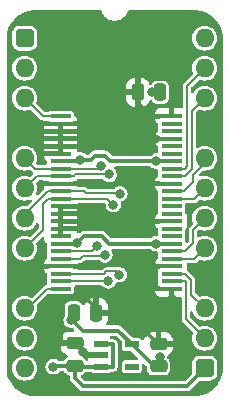
<source format=gtl>
%TF.GenerationSoftware,KiCad,Pcbnew,8.0.3*%
%TF.CreationDate,2024-07-02T20:45:25+02:00*%
%TF.ProjectId,SD Card Read Data,53442043-6172-4642-9052-656164204461,V0*%
%TF.SameCoordinates,PX54c81a0PY37b6b20*%
%TF.FileFunction,Copper,L1,Top*%
%TF.FilePolarity,Positive*%
%FSLAX46Y46*%
G04 Gerber Fmt 4.6, Leading zero omitted, Abs format (unit mm)*
G04 Created by KiCad (PCBNEW 8.0.3) date 2024-07-02 20:45:25*
%MOMM*%
%LPD*%
G01*
G04 APERTURE LIST*
G04 Aperture macros list*
%AMRoundRect*
0 Rectangle with rounded corners*
0 $1 Rounding radius*
0 $2 $3 $4 $5 $6 $7 $8 $9 X,Y pos of 4 corners*
0 Add a 4 corners polygon primitive as box body*
4,1,4,$2,$3,$4,$5,$6,$7,$8,$9,$2,$3,0*
0 Add four circle primitives for the rounded corners*
1,1,$1+$1,$2,$3*
1,1,$1+$1,$4,$5*
1,1,$1+$1,$6,$7*
1,1,$1+$1,$8,$9*
0 Add four rect primitives between the rounded corners*
20,1,$1+$1,$2,$3,$4,$5,0*
20,1,$1+$1,$4,$5,$6,$7,0*
20,1,$1+$1,$6,$7,$8,$9,0*
20,1,$1+$1,$8,$9,$2,$3,0*%
G04 Aperture macros list end*
%TA.AperFunction,SMDPad,CuDef*%
%ADD10RoundRect,0.250000X-0.250000X-0.475000X0.250000X-0.475000X0.250000X0.475000X-0.250000X0.475000X0*%
%TD*%
%TA.AperFunction,SMDPad,CuDef*%
%ADD11RoundRect,0.250000X0.250000X0.475000X-0.250000X0.475000X-0.250000X-0.475000X0.250000X-0.475000X0*%
%TD*%
%TA.AperFunction,ComponentPad*%
%ADD12RoundRect,0.400000X-0.400000X-0.400000X0.400000X-0.400000X0.400000X0.400000X-0.400000X0.400000X0*%
%TD*%
%TA.AperFunction,ComponentPad*%
%ADD13O,1.600000X1.600000*%
%TD*%
%TA.AperFunction,ComponentPad*%
%ADD14R,1.600000X1.600000*%
%TD*%
%TA.AperFunction,SMDPad,CuDef*%
%ADD15R,1.800000X0.430000*%
%TD*%
%TA.AperFunction,SMDPad,CuDef*%
%ADD16RoundRect,0.250000X0.475000X-0.250000X0.475000X0.250000X-0.475000X0.250000X-0.475000X-0.250000X0*%
%TD*%
%TA.AperFunction,SMDPad,CuDef*%
%ADD17R,1.150000X0.600000*%
%TD*%
%TA.AperFunction,ViaPad*%
%ADD18C,0.800000*%
%TD*%
%TA.AperFunction,Conductor*%
%ADD19C,0.380000*%
%TD*%
%TA.AperFunction,Conductor*%
%ADD20C,0.200000*%
%TD*%
G04 APERTURE END LIST*
D10*
%TO.P,C1,1*%
%TO.N,/3.3V*%
X4146000Y-23241000D03*
%TO.P,C1,2*%
%TO.N,GND*%
X6046000Y-23241000D03*
%TD*%
D11*
%TO.P,C4,1*%
%TO.N,/3.3V*%
X11475000Y-4572000D03*
%TO.P,C4,2*%
%TO.N,GND*%
X9575000Y-4572000D03*
%TD*%
D12*
%TO.P,J1,1,Pin_1*%
%TO.N,5V*%
X0Y0D03*
D13*
%TO.P,J1,2,Pin_2*%
%TO.N,unconnected-(J1-Pin_2-Pad2)*%
X0Y-2540000D03*
%TO.P,J1,3,Pin_3*%
%TO.N,First CLK*%
X0Y-5080000D03*
D14*
%TO.P,J1,4,Pin_4*%
%TO.N,GND*%
X0Y-7620000D03*
D13*
%TO.P,J1,5,Pin_5*%
%TO.N,DAT3*%
X0Y-10160000D03*
%TO.P,J1,6,Pin_6*%
%TO.N,DAT2*%
X0Y-12700000D03*
%TO.P,J1,7,Pin_7*%
%TO.N,DAT1*%
X0Y-15240000D03*
%TO.P,J1,8,Pin_8*%
%TO.N,DAT0*%
X0Y-17780000D03*
D14*
%TO.P,J1,9,Pin_9*%
%TO.N,GND*%
X0Y-20320000D03*
D13*
%TO.P,J1,10,Pin_10*%
%TO.N,Second CLK*%
X0Y-22860000D03*
%TO.P,J1,11,Pin_11*%
%TO.N,unconnected-(J1-Pin_11-Pad11)*%
X0Y-25400000D03*
%TO.P,J1,12,Pin_12*%
%TO.N,unconnected-(J1-Pin_12-Pad12)*%
X0Y-27940000D03*
D12*
%TO.P,J1,13,Pin_13*%
%TO.N,5V*%
X15240000Y-27940000D03*
D13*
%TO.P,J1,14,Pin_14*%
%TO.N,MD0*%
X15240000Y-25400000D03*
%TO.P,J1,15,Pin_15*%
%TO.N,MD1*%
X15240000Y-22860000D03*
D14*
%TO.P,J1,16,Pin_16*%
%TO.N,GND*%
X15240000Y-20320000D03*
D13*
%TO.P,J1,17,Pin_17*%
%TO.N,MD2*%
X15240000Y-17780000D03*
%TO.P,J1,18,Pin_18*%
%TO.N,MD3*%
X15240000Y-15240000D03*
%TO.P,J1,19,Pin_19*%
%TO.N,MD4*%
X15240000Y-12700000D03*
%TO.P,J1,20,Pin_20*%
%TO.N,MD5*%
X15240000Y-10160000D03*
D14*
%TO.P,J1,21,Pin_21*%
%TO.N,GND*%
X15240000Y-7620000D03*
D13*
%TO.P,J1,22,Pin_22*%
%TO.N,MD6*%
X15240000Y-5080000D03*
%TO.P,J1,23,Pin_23*%
%TO.N,MD7*%
X15240000Y-2540000D03*
%TO.P,J1,24,Pin_24*%
%TO.N,unconnected-(J1-Pin_24-Pad24)*%
X15240000Y0D03*
%TD*%
D15*
%TO.P,IC2,1,1~{OE}*%
%TO.N,GND*%
X12448000Y-21208000D03*
%TO.P,IC2,2,1Q0*%
%TO.N,MD0*%
X12448000Y-20574000D03*
%TO.P,IC2,3,1Q1*%
%TO.N,MD1*%
X12448000Y-19938000D03*
%TO.P,IC2,4,GND*%
%TO.N,GND*%
X12447999Y-19304000D03*
%TO.P,IC2,5,1Q2*%
%TO.N,MD2*%
X12447999Y-18668000D03*
%TO.P,IC2,6,1Q3*%
%TO.N,MD3*%
X12448000Y-18034000D03*
%TO.P,IC2,7,3V*%
%TO.N,/3.3V*%
X12448000Y-17398000D03*
%TO.P,IC2,8,1Q4*%
%TO.N,unconnected-(IC2-1Q4-Pad8)*%
X12448000Y-16764000D03*
%TO.P,IC2,9,1Q5*%
%TO.N,unconnected-(IC2-1Q5-Pad9)*%
X12448000Y-16128000D03*
%TO.P,IC2,10,GND*%
%TO.N,GND*%
X12447999Y-15494000D03*
%TO.P,IC2,11,1Q6*%
%TO.N,unconnected-(IC2-1Q6-Pad11)*%
X12448000Y-14858000D03*
%TO.P,IC2,12,1Q7*%
%TO.N,unconnected-(IC2-1Q7-Pad12)*%
X12448000Y-14224000D03*
%TO.P,IC2,13,2Q0*%
%TO.N,MD4*%
X12448000Y-13588000D03*
%TO.P,IC2,14,2Q1*%
%TO.N,MD5*%
X12448000Y-12954000D03*
%TO.P,IC2,15,GND*%
%TO.N,GND*%
X12447999Y-12318000D03*
%TO.P,IC2,16,2Q2*%
%TO.N,MD6*%
X12448000Y-11684000D03*
%TO.P,IC2,17,2Q3*%
%TO.N,MD7*%
X12448000Y-11048000D03*
%TO.P,IC2,18,3V*%
%TO.N,/3.3V*%
X12448000Y-10414000D03*
%TO.P,IC2,19,2Q4*%
%TO.N,unconnected-(IC2-2Q4-Pad19)*%
X12448000Y-9778000D03*
%TO.P,IC2,20,2Q5*%
%TO.N,unconnected-(IC2-2Q5-Pad20)*%
X12447999Y-9144000D03*
%TO.P,IC2,21,GND*%
%TO.N,GND*%
X12447999Y-8508000D03*
%TO.P,IC2,22,2Q6*%
%TO.N,unconnected-(IC2-2Q6-Pad22)*%
X12448000Y-7874000D03*
%TO.P,IC2,23,2Q7*%
%TO.N,unconnected-(IC2-2Q7-Pad23)*%
X12448000Y-7238000D03*
%TO.P,IC2,24,2~{OE}*%
%TO.N,GND*%
X12448000Y-6604000D03*
%TO.P,IC2,25,2CP*%
%TO.N,First CLK*%
X3048000Y-6604000D03*
%TO.P,IC2,26,2D7*%
%TO.N,GND*%
X3048000Y-7238000D03*
%TO.P,IC2,27,2D6*%
X3048000Y-7874000D03*
%TO.P,IC2,28,GND*%
X3048001Y-8508000D03*
%TO.P,IC2,29,2D5*%
X3048001Y-9144000D03*
%TO.P,IC2,30,2D4*%
X3048000Y-9778000D03*
%TO.P,IC2,31,3V*%
%TO.N,/3.3V*%
X3048000Y-10414000D03*
%TO.P,IC2,32,2D3*%
%TO.N,DAT3*%
X3048000Y-11048000D03*
%TO.P,IC2,33,2D2*%
%TO.N,DAT2*%
X3048000Y-11684000D03*
%TO.P,IC2,34,GND*%
%TO.N,GND*%
X3048001Y-12318000D03*
%TO.P,IC2,35,2D1*%
%TO.N,DAT1*%
X3048000Y-12954000D03*
%TO.P,IC2,36,2D0*%
%TO.N,DAT0*%
X3048000Y-13588000D03*
%TO.P,IC2,37,1D7*%
%TO.N,GND*%
X3048000Y-14224000D03*
%TO.P,IC2,38,1D6*%
X3048000Y-14858000D03*
%TO.P,IC2,39,GND*%
X3048001Y-15494000D03*
%TO.P,IC2,40,1D5*%
X3048000Y-16128000D03*
%TO.P,IC2,41,1D4*%
X3048000Y-16764000D03*
%TO.P,IC2,42,3V*%
%TO.N,/3.3V*%
X3048000Y-17398000D03*
%TO.P,IC2,43,1D3*%
%TO.N,DAT3*%
X3048000Y-18034000D03*
%TO.P,IC2,44,1D2*%
%TO.N,DAT2*%
X3048001Y-18668000D03*
%TO.P,IC2,45,GND*%
%TO.N,GND*%
X3048001Y-19304000D03*
%TO.P,IC2,46,1D1*%
%TO.N,DAT1*%
X3048000Y-19938000D03*
%TO.P,IC2,47,1D0*%
%TO.N,DAT0*%
X3048000Y-20574000D03*
%TO.P,IC2,48,1CP*%
%TO.N,Second CLK*%
X3048000Y-21208000D03*
%TD*%
D16*
%TO.P,C11,1*%
%TO.N,/3.3V*%
X11333000Y-27792000D03*
%TO.P,C11,2*%
%TO.N,GND*%
X11333000Y-25892000D03*
%TD*%
D17*
%TO.P,IC1,1,6VIn*%
%TO.N,5V*%
X6477000Y-25908000D03*
%TO.P,IC1,2,GND*%
%TO.N,GND*%
X6477000Y-26858000D03*
%TO.P,IC1,3,EN*%
%TO.N,5V*%
X6477000Y-27808000D03*
%TO.P,IC1,4,ADJ*%
%TO.N,unconnected-(IC1-ADJ-Pad4)*%
X9077000Y-27808000D03*
%TO.P,IC1,5,3.3VOut*%
%TO.N,/3.3V*%
X9077000Y-25908000D03*
%TD*%
D16*
%TO.P,C10,1*%
%TO.N,5V*%
X4259000Y-27742000D03*
%TO.P,C10,2*%
%TO.N,GND*%
X4259000Y-25842000D03*
%TD*%
D18*
%TO.N,GND*%
X5588000Y-8508000D03*
X10160000Y-21209000D03*
X10160000Y-15494000D03*
X10160000Y-12318000D03*
X9271000Y-8509000D03*
X11049000Y-8508000D03*
X12446000Y-22098000D03*
%TO.N,5V*%
X2413000Y-27813000D03*
%TO.N,GND*%
X10287000Y-24892000D03*
X4953000Y-26543000D03*
%TO.N,DAT1*%
X8001000Y-20028000D03*
X8056168Y-13171000D03*
%TO.N,DAT0*%
X7505000Y-14097000D03*
X7094926Y-20558599D03*
%TO.N,DAT2*%
X7166596Y-11530507D03*
X6788787Y-18348000D03*
%TO.N,DAT3*%
X6119625Y-17604000D03*
X6428000Y-10784195D03*
%TO.N,GND*%
X5576790Y-12331000D03*
X5715004Y-15620992D03*
X5207000Y-19188000D03*
X5207000Y-21971000D03*
%TO.N,/3.3V*%
X10802000Y-4572000D03*
X11119503Y-10412990D03*
X11119512Y-17399001D03*
X11430000Y-26992000D03*
X4723867Y-10298000D03*
X4439625Y-17326655D03*
X3937000Y-23876000D03*
%TD*%
D19*
%TO.N,GND*%
X9575000Y-5511000D02*
X10591000Y-6527000D01*
X9575000Y-4572000D02*
X9575000Y-5511000D01*
X3048000Y-25527000D02*
X3363000Y-25842000D01*
X3778976Y-21971000D02*
X3048000Y-22701976D01*
X5207000Y-21971000D02*
X3778976Y-21971000D01*
X3048000Y-22701976D02*
X3048000Y-25527000D01*
X3363000Y-25842000D02*
X4259000Y-25842000D01*
X6046000Y-22810000D02*
X5207000Y-21971000D01*
%TO.N,/3.3V*%
X3937000Y-23450000D02*
X3937000Y-23876000D01*
%TO.N,GND*%
X5588000Y-8508000D02*
X9270000Y-8508000D01*
X3048001Y-8508000D02*
X5588000Y-8508000D01*
X10147000Y-12331000D02*
X10160000Y-12318000D01*
X5576790Y-12331000D02*
X10147000Y-12331000D01*
%TO.N,/3.3V*%
X6775940Y-9944195D02*
X5980452Y-9944195D01*
X5980452Y-9944195D02*
X5626647Y-10298000D01*
X7245745Y-10414000D02*
X6775940Y-9944195D01*
X12448000Y-10414000D02*
X7245745Y-10414000D01*
D20*
%TO.N,DAT2*%
X4301493Y-11530507D02*
X7166596Y-11530507D01*
D19*
%TO.N,/3.3V*%
X5626647Y-10298000D02*
X4723867Y-10298000D01*
D20*
%TO.N,DAT2*%
X4148000Y-11684000D02*
X4301493Y-11530507D01*
X3048000Y-11684000D02*
X4148000Y-11684000D01*
%TO.N,DAT3*%
X6164195Y-11048000D02*
X6428000Y-10784195D01*
X3048000Y-11048000D02*
X6164195Y-11048000D01*
D19*
%TO.N,GND*%
X10033008Y-15620992D02*
X10160000Y-15494000D01*
X5715004Y-15620992D02*
X10033008Y-15620992D01*
X11167000Y-21209000D02*
X10160000Y-21209000D01*
X11168000Y-21208000D02*
X11167000Y-21209000D01*
X10160000Y-12318000D02*
X12447999Y-12318000D01*
X12447999Y-15494000D02*
X10160000Y-15494000D01*
X9271000Y-8001000D02*
X10668000Y-6604000D01*
X9271000Y-8509000D02*
X9271000Y-8001000D01*
X10668000Y-6604000D02*
X12448000Y-6604000D01*
X9272000Y-8508000D02*
X12447999Y-8508000D01*
X9271000Y-8509000D02*
X9272000Y-8508000D01*
X9270000Y-8508000D02*
X9271000Y-8509000D01*
D20*
%TO.N,MD7*%
X13740000Y-4040000D02*
X15240000Y-2540000D01*
X13740000Y-10856000D02*
X13740000Y-4040000D01*
X13548000Y-11048000D02*
X13740000Y-10856000D01*
X12448000Y-11048000D02*
X13548000Y-11048000D01*
%TO.N,MD6*%
X14140000Y-6180000D02*
X15240000Y-5080000D01*
X14140000Y-11092000D02*
X14140000Y-6180000D01*
X12448000Y-11684000D02*
X13548000Y-11684000D01*
X13548000Y-11684000D02*
X14140000Y-11092000D01*
%TO.N,MD5*%
X14243000Y-11554686D02*
X15240000Y-10557686D01*
X14243000Y-12179000D02*
X14243000Y-11554686D01*
X13468000Y-12954000D02*
X14243000Y-12179000D01*
X12448000Y-12954000D02*
X13468000Y-12954000D01*
%TO.N,MD4*%
X14352000Y-13588000D02*
X15240000Y-12700000D01*
X12448000Y-13588000D02*
X14352000Y-13588000D01*
%TO.N,DAT1*%
X7966168Y-13081000D02*
X8056168Y-13171000D01*
X5036129Y-12954000D02*
X5163129Y-13081000D01*
X3048000Y-12954000D02*
X5036129Y-12954000D01*
X5163129Y-13081000D02*
X7966168Y-13081000D01*
D19*
%TO.N,/3.3V*%
X5002280Y-16764000D02*
X4439625Y-17326655D01*
X6532718Y-16764000D02*
X5002280Y-16764000D01*
X7166718Y-17398000D02*
X6532718Y-16764000D01*
X12448000Y-17398000D02*
X7166718Y-17398000D01*
D20*
%TO.N,DAT3*%
X5689625Y-18034000D02*
X6119625Y-17604000D01*
X3048000Y-18034000D02*
X5689625Y-18034000D01*
%TO.N,DAT2*%
X6698787Y-18438000D02*
X6788787Y-18348000D01*
X4896339Y-18438000D02*
X6698787Y-18438000D01*
X4666339Y-18668000D02*
X4896339Y-18438000D01*
X3048001Y-18668000D02*
X4666339Y-18668000D01*
D19*
%TO.N,GND*%
X11168000Y-21208000D02*
X12448000Y-21208000D01*
X11158000Y-21198000D02*
X11168000Y-21208000D01*
X11158000Y-19313999D02*
X11158000Y-21198000D01*
X11167999Y-19304000D02*
X11158000Y-19313999D01*
X11167999Y-19304000D02*
X12447999Y-19304000D01*
D20*
%TO.N,DAT0*%
X7079525Y-20574000D02*
X7094926Y-20558599D01*
X3048000Y-20574000D02*
X7079525Y-20574000D01*
%TO.N,DAT1*%
X3048000Y-19938000D02*
X6699859Y-19938000D01*
X7718014Y-19745014D02*
X8001000Y-20028000D01*
X6699859Y-19938000D02*
X6892845Y-19745014D01*
D19*
%TO.N,/3.3V*%
X3048000Y-17398000D02*
X4368280Y-17398000D01*
X4368280Y-17398000D02*
X4439625Y-17326655D01*
%TO.N,GND*%
X5207000Y-19188000D02*
X11051999Y-19188000D01*
X11051999Y-19188000D02*
X11167999Y-19304000D01*
D20*
%TO.N,DAT1*%
X6892845Y-19745014D02*
X7718014Y-19745014D01*
D19*
%TO.N,GND*%
X12448000Y-22096000D02*
X12446000Y-22098000D01*
X12448000Y-21208000D02*
X12448000Y-22096000D01*
D20*
%TO.N,MD0*%
X13648000Y-23808000D02*
X15240000Y-25400000D01*
X13548000Y-20574000D02*
X13648000Y-20674000D01*
X12448000Y-20574000D02*
X13548000Y-20574000D01*
X13648000Y-20674000D02*
X13648000Y-23808000D01*
%TO.N,MD1*%
X14097000Y-21717000D02*
X15240000Y-22860000D01*
X14097000Y-20487000D02*
X14097000Y-21717000D01*
X13548000Y-19938000D02*
X14097000Y-20487000D01*
X12448000Y-19938000D02*
X13548000Y-19938000D01*
%TO.N,MD2*%
X14352000Y-18668000D02*
X15240000Y-17780000D01*
X12447999Y-18668000D02*
X14352000Y-18668000D01*
%TO.N,MD3*%
X14224000Y-16256000D02*
X15240000Y-15240000D01*
X14224000Y-17358000D02*
X14224000Y-16256000D01*
X13548000Y-18034000D02*
X14224000Y-17358000D01*
X12448000Y-18034000D02*
X13548000Y-18034000D01*
%TO.N,DAT0*%
X6996000Y-13588000D02*
X7505000Y-14097000D01*
X3048000Y-13588000D02*
X6996000Y-13588000D01*
D19*
%TO.N,5V*%
X2484000Y-27742000D02*
X2413000Y-27813000D01*
X4259000Y-27742000D02*
X2484000Y-27742000D01*
%TO.N,GND*%
X11287000Y-25892000D02*
X10287000Y-24892000D01*
X4953000Y-26536000D02*
X4259000Y-25842000D01*
X4953000Y-26543000D02*
X4953000Y-26536000D01*
X4960000Y-26543000D02*
X4953000Y-26543000D01*
X5275000Y-26858000D02*
X4960000Y-26543000D01*
X6477000Y-26858000D02*
X5275000Y-26858000D01*
X5563790Y-12318000D02*
X5576790Y-12331000D01*
X3048001Y-12318000D02*
X5563790Y-12318000D01*
X3048001Y-19304000D02*
X5091000Y-19304000D01*
X5091000Y-19304000D02*
X5207000Y-19188000D01*
X3048000Y-7874000D02*
X1524000Y-7874000D01*
X1270000Y-7620000D02*
X1524000Y-7874000D01*
X0Y-7620000D02*
X1270000Y-7620000D01*
X3048001Y-9144000D02*
X3048001Y-9777999D01*
X3048001Y-8508000D02*
X3048001Y-9144000D01*
X3048000Y-7874000D02*
X3048000Y-8507999D01*
X3048000Y-7238000D02*
X3048000Y-7874000D01*
D20*
%TO.N,Second CLK*%
X1906000Y-21208000D02*
X3048000Y-21208000D01*
X254000Y-22860000D02*
X1906000Y-21208000D01*
D19*
%TO.N,/3.3V*%
X3048000Y-10414000D02*
X4607867Y-10414000D01*
X4607867Y-10414000D02*
X4723867Y-10298000D01*
%TO.N,GND*%
X3048000Y-14224000D02*
X3048000Y-14858000D01*
X3048001Y-15494000D02*
X3048001Y-14858001D01*
X3048000Y-16128000D02*
X3048000Y-15494001D01*
X3048000Y-16764000D02*
X3048000Y-16128000D01*
X5588012Y-15494000D02*
X5715004Y-15620992D01*
X3048001Y-15494000D02*
X5588012Y-15494000D01*
X1016000Y-19304000D02*
X3048001Y-19304000D01*
X0Y-20320000D02*
X1016000Y-19304000D01*
D20*
%TO.N,First CLK*%
X0Y-5080000D02*
X1524000Y-6604000D01*
X1524000Y-6604000D02*
X3048000Y-6604000D01*
D19*
%TO.N,/3.3V*%
X11333000Y-27089000D02*
X11430000Y-26992000D01*
X11333000Y-27792000D02*
X11333000Y-27089000D01*
X4019000Y-23876000D02*
X4908000Y-24765000D01*
X3937000Y-23876000D02*
X4019000Y-23876000D01*
X7934000Y-24765000D02*
X9077000Y-25908000D01*
X4908000Y-24765000D02*
X7934000Y-24765000D01*
%TO.N,5V*%
X4953000Y-29464000D02*
X4259000Y-28770000D01*
X4259000Y-28770000D02*
X4259000Y-27742000D01*
X13716000Y-29464000D02*
X4953000Y-29464000D01*
X15240000Y-27940000D02*
X13716000Y-29464000D01*
%TO.N,/3.3V*%
X10961000Y-27792000D02*
X9077000Y-25908000D01*
%TO.N,5V*%
X6477000Y-27808000D02*
X4325000Y-27808000D01*
X7432000Y-27808000D02*
X6477000Y-27808000D01*
X7442000Y-27798000D02*
X7432000Y-27808000D01*
X7442000Y-25918000D02*
X7442000Y-27798000D01*
X7432000Y-25908000D02*
X7442000Y-25918000D01*
X6477000Y-25908000D02*
X7432000Y-25908000D01*
D20*
%TO.N,DAT3*%
X888000Y-11048000D02*
X3048000Y-11048000D01*
X0Y-10160000D02*
X888000Y-11048000D01*
%TO.N,DAT0*%
X1969000Y-13588000D02*
X3048000Y-13588000D01*
X1524000Y-14033000D02*
X1969000Y-13588000D01*
X1524000Y-16256000D02*
X1524000Y-14033000D01*
X0Y-17780000D02*
X1524000Y-16256000D01*
%TO.N,DAT2*%
X1016000Y-11684000D02*
X3048000Y-11684000D01*
X0Y-12700000D02*
X1016000Y-11684000D01*
%TO.N,DAT1*%
X1967000Y-12954000D02*
X3048000Y-12954000D01*
X0Y-14921000D02*
X1967000Y-12954000D01*
%TD*%
%TA.AperFunction,Conductor*%
%TO.N,GND*%
G36*
X1524000Y-6108318D02*
G01*
X1010191Y-5594509D01*
X976706Y-5533186D01*
X979210Y-5470837D01*
X1035300Y-5285934D01*
X1055583Y-5080000D01*
X1035300Y-4874066D01*
X975232Y-4676046D01*
X877685Y-4493550D01*
X825702Y-4430209D01*
X746410Y-4333589D01*
X586452Y-4202317D01*
X586453Y-4202317D01*
X586450Y-4202315D01*
X403954Y-4104768D01*
X205934Y-4044700D01*
X205932Y-4044699D01*
X205934Y-4044699D01*
X0Y-4024417D01*
X-205933Y-4044699D01*
X-403957Y-4104769D01*
X-514102Y-4163643D01*
X-586450Y-4202315D01*
X-586452Y-4202316D01*
X-586453Y-4202317D01*
X-746411Y-4333589D01*
X-877683Y-4493547D01*
X-975231Y-4676043D01*
X-1035301Y-4874067D01*
X-1055583Y-5080000D01*
X-1035301Y-5285932D01*
X-1035300Y-5285934D01*
X-975232Y-5483954D01*
X-877685Y-5666450D01*
X-877683Y-5666452D01*
X-746411Y-5826410D01*
X-649791Y-5905702D01*
X-586450Y-5957685D01*
X-403954Y-6055232D01*
X-205934Y-6115300D01*
X-205935Y-6115300D01*
X-187471Y-6117118D01*
X0Y-6135583D01*
X205934Y-6115300D01*
X390836Y-6059210D01*
X460699Y-6058588D01*
X514509Y-6090191D01*
X1308787Y-6884469D01*
X1388712Y-6930614D01*
X1477856Y-6954500D01*
X1477858Y-6954500D01*
X1524000Y-6954500D01*
X1524000Y-10697500D01*
X1101916Y-10697500D01*
X1034877Y-10677815D01*
X989122Y-10625011D01*
X979178Y-10555853D01*
X983255Y-10537505D01*
X1035300Y-10365934D01*
X1055583Y-10160000D01*
X1035300Y-9954066D01*
X975232Y-9756046D01*
X877685Y-9573550D01*
X825702Y-9510209D01*
X746410Y-9413589D01*
X586452Y-9282317D01*
X586453Y-9282317D01*
X586450Y-9282315D01*
X403954Y-9184768D01*
X205934Y-9124700D01*
X205932Y-9124699D01*
X205934Y-9124699D01*
X0Y-9104417D01*
X-205933Y-9124699D01*
X-403957Y-9184769D01*
X-514102Y-9243643D01*
X-586450Y-9282315D01*
X-586452Y-9282316D01*
X-586453Y-9282317D01*
X-746411Y-9413589D01*
X-877683Y-9573547D01*
X-975231Y-9756043D01*
X-1035301Y-9954067D01*
X-1055583Y-10160000D01*
X-1035301Y-10365932D01*
X-1035300Y-10365934D01*
X-975232Y-10563954D01*
X-877685Y-10746450D01*
X-877683Y-10746452D01*
X-746411Y-10906410D01*
X-649791Y-10985702D01*
X-586450Y-11037685D01*
X-403954Y-11135232D01*
X-205934Y-11195300D01*
X-205935Y-11195300D01*
X-187471Y-11197118D01*
X0Y-11215583D01*
X205934Y-11195300D01*
X390836Y-11139210D01*
X460699Y-11138588D01*
X514509Y-11170191D01*
X672787Y-11328469D01*
X675514Y-11330562D01*
X677228Y-11332910D01*
X678535Y-11334217D01*
X678331Y-11334420D01*
X716713Y-11386992D01*
X720863Y-11456739D01*
X687702Y-11516614D01*
X514508Y-11689808D01*
X453185Y-11723293D01*
X390833Y-11720788D01*
X205934Y-11664700D01*
X205932Y-11664699D01*
X205934Y-11664699D01*
X0Y-11644417D01*
X-205933Y-11664699D01*
X-381308Y-11717898D01*
X-399091Y-11723293D01*
X-403957Y-11724769D01*
X-514102Y-11783643D01*
X-586450Y-11822315D01*
X-586452Y-11822316D01*
X-586453Y-11822317D01*
X-746411Y-11953589D01*
X-877683Y-12113547D01*
X-975231Y-12296043D01*
X-1035301Y-12494067D01*
X-1055583Y-12700000D01*
X-1035301Y-12905932D01*
X-1035300Y-12905934D01*
X-975232Y-13103954D01*
X-877685Y-13286450D01*
X-877683Y-13286452D01*
X-746411Y-13446410D01*
X-649791Y-13525702D01*
X-586450Y-13577685D01*
X-403954Y-13675232D01*
X-205934Y-13735300D01*
X-205935Y-13735300D01*
X-187471Y-13737118D01*
X0Y-13755583D01*
X205934Y-13735300D01*
X403954Y-13675232D01*
X410302Y-13671838D01*
X478703Y-13657593D01*
X543948Y-13682590D01*
X585321Y-13738892D01*
X589688Y-13808626D01*
X556441Y-13868875D01*
X260770Y-14164546D01*
X199447Y-14198031D01*
X160935Y-14200267D01*
X0Y-14184417D01*
X-1Y-14184417D01*
X-205933Y-14204699D01*
X-403957Y-14264769D01*
X-514102Y-14323643D01*
X-586450Y-14362315D01*
X-586452Y-14362316D01*
X-586453Y-14362317D01*
X-746411Y-14493589D01*
X-877683Y-14653547D01*
X-975231Y-14836043D01*
X-1035301Y-15034067D01*
X-1055583Y-15240000D01*
X-1035301Y-15445932D01*
X-1035300Y-15445934D01*
X-975232Y-15643954D01*
X-877685Y-15826450D01*
X-877683Y-15826452D01*
X-746411Y-15986410D01*
X-657404Y-16059455D01*
X-586450Y-16117685D01*
X-403954Y-16215232D01*
X-205934Y-16275300D01*
X-205935Y-16275300D01*
X-187471Y-16277118D01*
X0Y-16295583D01*
X205934Y-16275300D01*
X403954Y-16215232D01*
X586450Y-16117685D01*
X746410Y-15986410D01*
X877685Y-15826450D01*
X940143Y-15709599D01*
X989105Y-15659757D01*
X1057242Y-15644297D01*
X1122922Y-15668129D01*
X1165291Y-15723687D01*
X1173500Y-15768055D01*
X1173500Y-16059455D01*
X1153815Y-16126494D01*
X1137181Y-16147136D01*
X514508Y-16769808D01*
X453185Y-16803293D01*
X390833Y-16800788D01*
X205934Y-16744700D01*
X205932Y-16744699D01*
X205934Y-16744699D01*
X0Y-16724417D01*
X-205933Y-16744699D01*
X-381308Y-16797898D01*
X-399091Y-16803293D01*
X-403957Y-16804769D01*
X-514102Y-16863643D01*
X-586450Y-16902315D01*
X-586452Y-16902316D01*
X-586453Y-16902317D01*
X-746411Y-17033589D01*
X-877683Y-17193547D01*
X-975231Y-17376043D01*
X-1035301Y-17574067D01*
X-1055583Y-17780000D01*
X-1035301Y-17985932D01*
X-1035300Y-17985934D01*
X-975232Y-18183954D01*
X-877685Y-18366450D01*
X-877683Y-18366452D01*
X-746411Y-18526410D01*
X-649791Y-18605702D01*
X-586450Y-18657685D01*
X-403954Y-18755232D01*
X-205934Y-18815300D01*
X-205935Y-18815300D01*
X-187471Y-18817118D01*
X0Y-18835583D01*
X205934Y-18815300D01*
X403954Y-18755232D01*
X586450Y-18657685D01*
X746410Y-18526410D01*
X877685Y-18366450D01*
X975232Y-18183954D01*
X1035300Y-17985934D01*
X1055583Y-17780000D01*
X1035300Y-17574066D01*
X979210Y-17389163D01*
X978588Y-17319298D01*
X1010189Y-17265491D01*
X1524000Y-16751681D01*
X1524000Y-21094316D01*
X683770Y-21934546D01*
X622447Y-21968031D01*
X552755Y-21963047D01*
X537639Y-21956225D01*
X403954Y-21884768D01*
X205934Y-21824700D01*
X205932Y-21824699D01*
X205934Y-21824699D01*
X0Y-21804417D01*
X-205933Y-21824699D01*
X-403957Y-21884769D01*
X-497081Y-21934546D01*
X-586450Y-21982315D01*
X-586452Y-21982316D01*
X-586453Y-21982317D01*
X-746411Y-22113589D01*
X-877683Y-22273547D01*
X-975231Y-22456043D01*
X-1035301Y-22654067D01*
X-1055583Y-22860000D01*
X-1035301Y-23065932D01*
X-1035300Y-23065934D01*
X-975232Y-23263954D01*
X-877685Y-23446450D01*
X-877683Y-23446452D01*
X-746411Y-23606410D01*
X-649791Y-23685702D01*
X-586450Y-23737685D01*
X-403954Y-23835232D01*
X-205934Y-23895300D01*
X-205935Y-23895300D01*
X-187471Y-23897118D01*
X0Y-23915583D01*
X205934Y-23895300D01*
X403954Y-23835232D01*
X586450Y-23737685D01*
X746410Y-23606410D01*
X877685Y-23446450D01*
X975232Y-23263954D01*
X1035300Y-23065934D01*
X1055583Y-22860000D01*
X1035300Y-22654066D01*
X1035010Y-22652608D01*
X1035079Y-22651828D01*
X1034703Y-22648004D01*
X1035428Y-22647932D01*
X1041237Y-22583016D01*
X1068944Y-22540737D01*
X1524000Y-22085681D01*
X1524000Y-30303232D01*
X839477Y-30303232D01*
X831992Y-30303006D01*
X558355Y-30286458D01*
X543490Y-30284653D01*
X277546Y-30235920D01*
X263006Y-30232337D01*
X4865Y-30151899D01*
X-9135Y-30146589D01*
X-255693Y-30035625D01*
X-268946Y-30028670D01*
X-500348Y-29888786D01*
X-512660Y-29880286D01*
X-725491Y-29713546D01*
X-736700Y-29703617D01*
X-927895Y-29512425D01*
X-937824Y-29501217D01*
X-1104569Y-29288385D01*
X-1113075Y-29276062D01*
X-1252958Y-29044671D01*
X-1259906Y-29031435D01*
X-1370889Y-28784842D01*
X-1376190Y-28770862D01*
X-1387622Y-28734177D01*
X-1456631Y-28512720D01*
X-1460213Y-28498187D01*
X-1508950Y-28232236D01*
X-1510755Y-28217372D01*
X-1527274Y-27944281D01*
X-1527403Y-27940000D01*
X-1055583Y-27940000D01*
X-1035301Y-28145932D01*
X-1035300Y-28145934D01*
X-975232Y-28343954D01*
X-877685Y-28526450D01*
X-877683Y-28526452D01*
X-746411Y-28686410D01*
X-649791Y-28765702D01*
X-586450Y-28817685D01*
X-403954Y-28915232D01*
X-205934Y-28975300D01*
X-205935Y-28975300D01*
X-187471Y-28977118D01*
X0Y-28995583D01*
X205934Y-28975300D01*
X403954Y-28915232D01*
X586450Y-28817685D01*
X746410Y-28686410D01*
X877685Y-28526450D01*
X975232Y-28343954D01*
X1035300Y-28145934D01*
X1055583Y-27940000D01*
X1035300Y-27734066D01*
X975232Y-27536046D01*
X877685Y-27353550D01*
X825702Y-27290209D01*
X746410Y-27193589D01*
X586452Y-27062317D01*
X586453Y-27062317D01*
X586450Y-27062315D01*
X403954Y-26964768D01*
X205934Y-26904700D01*
X205932Y-26904699D01*
X205934Y-26904699D01*
X0Y-26884417D01*
X-205933Y-26904699D01*
X-403957Y-26964769D01*
X-514102Y-27023643D01*
X-586450Y-27062315D01*
X-586452Y-27062316D01*
X-586453Y-27062317D01*
X-746411Y-27193589D01*
X-877683Y-27353547D01*
X-975231Y-27536043D01*
X-1035301Y-27734067D01*
X-1055583Y-27940000D01*
X-1527403Y-27940000D01*
X-1527500Y-27936794D01*
X-1527500Y-25400000D01*
X-1055583Y-25400000D01*
X-1035301Y-25605932D01*
X-1035300Y-25605934D01*
X-975232Y-25803954D01*
X-877685Y-25986450D01*
X-877683Y-25986452D01*
X-746411Y-26146410D01*
X-649791Y-26225702D01*
X-586450Y-26277685D01*
X-403954Y-26375232D01*
X-205934Y-26435300D01*
X-205935Y-26435300D01*
X-187471Y-26437118D01*
X0Y-26455583D01*
X205934Y-26435300D01*
X403954Y-26375232D01*
X586450Y-26277685D01*
X746410Y-26146410D01*
X877685Y-25986450D01*
X975232Y-25803954D01*
X1035300Y-25605934D01*
X1055583Y-25400000D01*
X1035300Y-25194066D01*
X975232Y-24996046D01*
X877685Y-24813550D01*
X825702Y-24750209D01*
X746410Y-24653589D01*
X586452Y-24522317D01*
X586453Y-24522317D01*
X586450Y-24522315D01*
X403954Y-24424768D01*
X205934Y-24364700D01*
X205932Y-24364699D01*
X205934Y-24364699D01*
X0Y-24344417D01*
X-205933Y-24364699D01*
X-403957Y-24424769D01*
X-514102Y-24483643D01*
X-586450Y-24522315D01*
X-586452Y-24522316D01*
X-586453Y-24522317D01*
X-746411Y-24653589D01*
X-877683Y-24813547D01*
X-975231Y-24996043D01*
X-1035301Y-25194067D01*
X-1055583Y-25400000D01*
X-1527500Y-25400000D01*
X-1527500Y-2540000D01*
X-1055583Y-2540000D01*
X-1035301Y-2745932D01*
X-1035300Y-2745934D01*
X-975232Y-2943954D01*
X-877685Y-3126450D01*
X-877683Y-3126452D01*
X-746411Y-3286410D01*
X-649791Y-3365702D01*
X-586450Y-3417685D01*
X-403954Y-3515232D01*
X-205934Y-3575300D01*
X-205935Y-3575300D01*
X-187471Y-3577118D01*
X0Y-3595583D01*
X205934Y-3575300D01*
X403954Y-3515232D01*
X586450Y-3417685D01*
X746410Y-3286410D01*
X877685Y-3126450D01*
X975232Y-2943954D01*
X1035300Y-2745934D01*
X1055583Y-2540000D01*
X1035300Y-2334066D01*
X975232Y-2136046D01*
X877685Y-1953550D01*
X825702Y-1890209D01*
X746410Y-1793589D01*
X586452Y-1662317D01*
X586453Y-1662317D01*
X586450Y-1662315D01*
X403954Y-1564768D01*
X205934Y-1504700D01*
X205932Y-1504699D01*
X205934Y-1504699D01*
X0Y-1484417D01*
X-205933Y-1504699D01*
X-403957Y-1564769D01*
X-514102Y-1623643D01*
X-586450Y-1662315D01*
X-586452Y-1662316D01*
X-586453Y-1662317D01*
X-746411Y-1793589D01*
X-877683Y-1953547D01*
X-975231Y-2136043D01*
X-1035301Y-2334067D01*
X-1055583Y-2540000D01*
X-1527500Y-2540000D01*
X-1527500Y-3750D01*
X-1527274Y3737D01*
X-1510722Y277369D01*
X-1508917Y292233D01*
X-1477128Y465702D01*
X-1050500Y465702D01*
X-1050500Y-465701D01*
X-1047599Y-502567D01*
X-1047598Y-502573D01*
X-1001746Y-660393D01*
X-1001745Y-660396D01*
X-918083Y-801862D01*
X-918077Y-801870D01*
X-801871Y-918076D01*
X-801867Y-918079D01*
X-801865Y-918081D01*
X-660398Y-1001744D01*
X-618776Y-1013836D01*
X-502574Y-1047597D01*
X-502571Y-1047597D01*
X-502569Y-1047598D01*
X-465694Y-1050500D01*
X-465686Y-1050500D01*
X465686Y-1050500D01*
X465694Y-1050500D01*
X502569Y-1047598D01*
X502571Y-1047597D01*
X502573Y-1047597D01*
X544191Y-1035505D01*
X660398Y-1001744D01*
X801865Y-918081D01*
X918081Y-801865D01*
X1001744Y-660398D01*
X1047598Y-502569D01*
X1050500Y-465694D01*
X1050500Y465694D01*
X1047598Y502569D01*
X1027217Y572719D01*
X1001745Y660394D01*
X1001744Y660397D01*
X1001744Y660398D01*
X918081Y801865D01*
X918079Y801867D01*
X918076Y801871D01*
X801870Y918077D01*
X801862Y918083D01*
X660396Y1001745D01*
X660393Y1001746D01*
X502573Y1047598D01*
X502567Y1047599D01*
X465701Y1050500D01*
X465694Y1050500D01*
X-465694Y1050500D01*
X-465702Y1050500D01*
X-502568Y1047599D01*
X-502574Y1047598D01*
X-660394Y1001746D01*
X-660397Y1001745D01*
X-801863Y918083D01*
X-801871Y918077D01*
X-918077Y801871D01*
X-918083Y801863D01*
X-1001745Y660397D01*
X-1001746Y660394D01*
X-1047598Y502574D01*
X-1047599Y502568D01*
X-1050500Y465702D01*
X-1477128Y465702D01*
X-1460180Y558184D01*
X-1456597Y572719D01*
X-1429275Y660397D01*
X-1376155Y830864D01*
X-1370856Y844836D01*
X-1259882Y1091409D01*
X-1252933Y1104650D01*
X-1113044Y1336051D01*
X-1104549Y1348359D01*
X-937793Y1561204D01*
X-927880Y1572394D01*
X-736675Y1763597D01*
X-725483Y1773512D01*
X-512629Y1940270D01*
X-500324Y1948763D01*
X-268924Y2088646D01*
X-255693Y2095590D01*
X-9118Y2206562D01*
X4875Y2211868D01*
X263017Y2292306D01*
X277554Y2295889D01*
X543499Y2344622D01*
X558353Y2346426D01*
X832521Y2363007D01*
X840006Y2363232D01*
X891005Y2363232D01*
X891262Y2363256D01*
X1524000Y2363521D01*
X1524000Y-6108318D01*
G37*
%TD.AperFunction*%
%TA.AperFunction,Conductor*%
G36*
X1524000Y-12901316D02*
G01*
X1168875Y-13256441D01*
X1107552Y-13289926D01*
X1037860Y-13284942D01*
X981927Y-13243070D01*
X957510Y-13177606D01*
X971839Y-13110301D01*
X975232Y-13103954D01*
X1035300Y-12905934D01*
X1055583Y-12700000D01*
X1035300Y-12494066D01*
X979210Y-12309163D01*
X978588Y-12239298D01*
X1010190Y-12185491D01*
X1124864Y-12070818D01*
X1186187Y-12037334D01*
X1212544Y-12034500D01*
X1524000Y-12034500D01*
X1524000Y-12901316D01*
G37*
%TD.AperFunction*%
%TD*%
%TA.AperFunction,Conductor*%
%TO.N,GND*%
G36*
X14348938Y2363257D02*
G01*
X14349201Y2363233D01*
X14360100Y2363233D01*
X14400525Y2363233D01*
X14408010Y2363007D01*
X14681647Y2346459D01*
X14696505Y2344655D01*
X14962460Y2295920D01*
X14976981Y2292341D01*
X15235136Y2211899D01*
X15249133Y2206590D01*
X15495692Y2095627D01*
X15508951Y2088668D01*
X15740336Y1948793D01*
X15752659Y1940287D01*
X15965490Y1773547D01*
X15976699Y1763618D01*
X16167894Y1572426D01*
X16177823Y1561218D01*
X16344568Y1348386D01*
X16353075Y1336062D01*
X16492955Y1104674D01*
X16499913Y1091416D01*
X16610881Y844860D01*
X16616191Y830858D01*
X16696627Y572730D01*
X16700211Y558192D01*
X16748949Y292238D01*
X16750754Y277373D01*
X16767273Y4301D01*
X16767499Y-3186D01*
X16767500Y-27895830D01*
X16767500Y-27936249D01*
X16767274Y-27943737D01*
X16750721Y-28217369D01*
X16748916Y-28232232D01*
X16700180Y-28498178D01*
X16696596Y-28512718D01*
X16616158Y-28770851D01*
X16610848Y-28784852D01*
X16499885Y-29031399D01*
X16492927Y-29044657D01*
X16353050Y-29276039D01*
X16344543Y-29288363D01*
X16177799Y-29501194D01*
X16167870Y-29512402D01*
X15976682Y-29703588D01*
X15965474Y-29713517D01*
X15752637Y-29880262D01*
X15740313Y-29888768D01*
X15508937Y-30028637D01*
X15495678Y-30035596D01*
X15249125Y-30146557D01*
X15235124Y-30151867D01*
X14976982Y-30232305D01*
X14962443Y-30235888D01*
X14696505Y-30284620D01*
X14681641Y-30286425D01*
X14433129Y-30301454D01*
X14407477Y-30303006D01*
X14399994Y-30303232D01*
X13716000Y-30303232D01*
X13716000Y-29904500D01*
X13773991Y-29904500D01*
X13773993Y-29904500D01*
X13886027Y-29874481D01*
X13986473Y-29816488D01*
X14776142Y-29026819D01*
X14837465Y-28993334D01*
X14863823Y-28990500D01*
X15705686Y-28990500D01*
X15705694Y-28990500D01*
X15742569Y-28987598D01*
X15742571Y-28987597D01*
X15742573Y-28987597D01*
X15784191Y-28975505D01*
X15900398Y-28941744D01*
X16041865Y-28858081D01*
X16158081Y-28741865D01*
X16241744Y-28600398D01*
X16287598Y-28442569D01*
X16290500Y-28405694D01*
X16290500Y-27474306D01*
X16287598Y-27437431D01*
X16241744Y-27279602D01*
X16158081Y-27138135D01*
X16158079Y-27138133D01*
X16158076Y-27138129D01*
X16041870Y-27021923D01*
X16041862Y-27021917D01*
X15900396Y-26938255D01*
X15900393Y-26938254D01*
X15742573Y-26892402D01*
X15742567Y-26892401D01*
X15705701Y-26889500D01*
X15705694Y-26889500D01*
X14774306Y-26889500D01*
X14774298Y-26889500D01*
X14737432Y-26892401D01*
X14737426Y-26892402D01*
X14579606Y-26938254D01*
X14579603Y-26938255D01*
X14438137Y-27021917D01*
X14438129Y-27021923D01*
X14321923Y-27138129D01*
X14321917Y-27138137D01*
X14238255Y-27279603D01*
X14238254Y-27279606D01*
X14192402Y-27437426D01*
X14192401Y-27437432D01*
X14189500Y-27474298D01*
X14189500Y-28316177D01*
X14169815Y-28383216D01*
X14153181Y-28403858D01*
X13716000Y-28841039D01*
X13716000Y-24371682D01*
X14229808Y-24885490D01*
X14263293Y-24946813D01*
X14260788Y-25009166D01*
X14204699Y-25194067D01*
X14184417Y-25400000D01*
X14204699Y-25605932D01*
X14204700Y-25605934D01*
X14264768Y-25803954D01*
X14362315Y-25986450D01*
X14362317Y-25986452D01*
X14493589Y-26146410D01*
X14590209Y-26225702D01*
X14653550Y-26277685D01*
X14836046Y-26375232D01*
X15034066Y-26435300D01*
X15034065Y-26435300D01*
X15052529Y-26437118D01*
X15240000Y-26455583D01*
X15445934Y-26435300D01*
X15643954Y-26375232D01*
X15826450Y-26277685D01*
X15986410Y-26146410D01*
X16117685Y-25986450D01*
X16215232Y-25803954D01*
X16275300Y-25605934D01*
X16295583Y-25400000D01*
X16275300Y-25194066D01*
X16215232Y-24996046D01*
X16117685Y-24813550D01*
X16065702Y-24750209D01*
X15986410Y-24653589D01*
X15826452Y-24522317D01*
X15826453Y-24522317D01*
X15826450Y-24522315D01*
X15643954Y-24424768D01*
X15445934Y-24364700D01*
X15445932Y-24364699D01*
X15445934Y-24364699D01*
X15240000Y-24344417D01*
X15034067Y-24364699D01*
X14849166Y-24420788D01*
X14779299Y-24421411D01*
X14725490Y-24389808D01*
X14034819Y-23699137D01*
X14001334Y-23637814D01*
X13998500Y-23611456D01*
X13998500Y-23222124D01*
X14018185Y-23155085D01*
X14070989Y-23109330D01*
X14140147Y-23099386D01*
X14203703Y-23128411D01*
X14241159Y-23186127D01*
X14264768Y-23263954D01*
X14362315Y-23446450D01*
X14362317Y-23446452D01*
X14493589Y-23606410D01*
X14590209Y-23685702D01*
X14653550Y-23737685D01*
X14836046Y-23835232D01*
X15034066Y-23895300D01*
X15034065Y-23895300D01*
X15052529Y-23897118D01*
X15240000Y-23915583D01*
X15445934Y-23895300D01*
X15643954Y-23835232D01*
X15826450Y-23737685D01*
X15986410Y-23606410D01*
X16117685Y-23446450D01*
X16215232Y-23263954D01*
X16275300Y-23065934D01*
X16295583Y-22860000D01*
X16275300Y-22654066D01*
X16215232Y-22456046D01*
X16117685Y-22273550D01*
X16065702Y-22210209D01*
X15986410Y-22113589D01*
X15826452Y-21982317D01*
X15826453Y-21982317D01*
X15826450Y-21982315D01*
X15643954Y-21884768D01*
X15445934Y-21824700D01*
X15445932Y-21824699D01*
X15445934Y-21824699D01*
X15240000Y-21804417D01*
X15034067Y-21824699D01*
X14849166Y-21880788D01*
X14779299Y-21881411D01*
X14725490Y-21849808D01*
X14483819Y-21608137D01*
X14450334Y-21546814D01*
X14447500Y-21520456D01*
X14447500Y-20440858D01*
X14447500Y-20440856D01*
X14423614Y-20351712D01*
X14390023Y-20293531D01*
X14377473Y-20271794D01*
X14377470Y-20271791D01*
X14377469Y-20271788D01*
X14312212Y-20206531D01*
X13763212Y-19657530D01*
X13763211Y-19657529D01*
X13763208Y-19657527D01*
X13716000Y-19630271D01*
X13716000Y-19018500D01*
X14398142Y-19018500D01*
X14398144Y-19018500D01*
X14487288Y-18994614D01*
X14567212Y-18948470D01*
X14725493Y-18790188D01*
X14786811Y-18756706D01*
X14849162Y-18759210D01*
X15034066Y-18815300D01*
X15034065Y-18815300D01*
X15052529Y-18817118D01*
X15240000Y-18835583D01*
X15445934Y-18815300D01*
X15643954Y-18755232D01*
X15826450Y-18657685D01*
X15986410Y-18526410D01*
X16117685Y-18366450D01*
X16215232Y-18183954D01*
X16275300Y-17985934D01*
X16295583Y-17780000D01*
X16275300Y-17574066D01*
X16215232Y-17376046D01*
X16117685Y-17193550D01*
X16065702Y-17130209D01*
X15986410Y-17033589D01*
X15826452Y-16902317D01*
X15826453Y-16902317D01*
X15826450Y-16902315D01*
X15643954Y-16804768D01*
X15445934Y-16744700D01*
X15445932Y-16744699D01*
X15445934Y-16744699D01*
X15240000Y-16724417D01*
X15034067Y-16744699D01*
X14836041Y-16804769D01*
X14756953Y-16847043D01*
X14688550Y-16861285D01*
X14623306Y-16836285D01*
X14581936Y-16779979D01*
X14574500Y-16737685D01*
X14574500Y-16452543D01*
X14594185Y-16385504D01*
X14610810Y-16364871D01*
X14725493Y-16250188D01*
X14786811Y-16216706D01*
X14849162Y-16219210D01*
X15034066Y-16275300D01*
X15034065Y-16275300D01*
X15052529Y-16277118D01*
X15240000Y-16295583D01*
X15445934Y-16275300D01*
X15643954Y-16215232D01*
X15826450Y-16117685D01*
X15986410Y-15986410D01*
X16117685Y-15826450D01*
X16215232Y-15643954D01*
X16275300Y-15445934D01*
X16295583Y-15240000D01*
X16275300Y-15034066D01*
X16215232Y-14836046D01*
X16117685Y-14653550D01*
X16065702Y-14590209D01*
X15986410Y-14493589D01*
X15826452Y-14362317D01*
X15826453Y-14362317D01*
X15826450Y-14362315D01*
X15643954Y-14264768D01*
X15445934Y-14204700D01*
X15445932Y-14204699D01*
X15445934Y-14204699D01*
X15240000Y-14184417D01*
X15034067Y-14204699D01*
X14836043Y-14264769D01*
X14725898Y-14323643D01*
X14653550Y-14362315D01*
X14653548Y-14362316D01*
X14653547Y-14362317D01*
X14493589Y-14493589D01*
X14362317Y-14653547D01*
X14264769Y-14836043D01*
X14204699Y-15034067D01*
X14184417Y-15240000D01*
X14204699Y-15445932D01*
X14260788Y-15630832D01*
X14261411Y-15700699D01*
X14229809Y-15754508D01*
X13943528Y-16040789D01*
X13913049Y-16093582D01*
X13899140Y-16117674D01*
X13899137Y-16117676D01*
X13899138Y-16117677D01*
X13897388Y-16120706D01*
X13897383Y-16120718D01*
X13873500Y-16209856D01*
X13873500Y-17161456D01*
X13853815Y-17228495D01*
X13837181Y-17249137D01*
X13716000Y-17370318D01*
X13716000Y-13938500D01*
X14398142Y-13938500D01*
X14398144Y-13938500D01*
X14487288Y-13914614D01*
X14567212Y-13868470D01*
X14725493Y-13710188D01*
X14786811Y-13676706D01*
X14849162Y-13679210D01*
X15034066Y-13735300D01*
X15034065Y-13735300D01*
X15052529Y-13737118D01*
X15240000Y-13755583D01*
X15445934Y-13735300D01*
X15643954Y-13675232D01*
X15826450Y-13577685D01*
X15986410Y-13446410D01*
X16117685Y-13286450D01*
X16215232Y-13103954D01*
X16275300Y-12905934D01*
X16295583Y-12700000D01*
X16275300Y-12494066D01*
X16215232Y-12296046D01*
X16117685Y-12113550D01*
X16033208Y-12010614D01*
X15986410Y-11953589D01*
X15826452Y-11822317D01*
X15826453Y-11822317D01*
X15826450Y-11822315D01*
X15643954Y-11724768D01*
X15445934Y-11664700D01*
X15445932Y-11664699D01*
X15445934Y-11664699D01*
X15240000Y-11644417D01*
X15034067Y-11664699D01*
X14925862Y-11697523D01*
X14855995Y-11698146D01*
X14796882Y-11660897D01*
X14767291Y-11597603D01*
X14776618Y-11528359D01*
X14802184Y-11491182D01*
X15050860Y-11242506D01*
X15112181Y-11209023D01*
X15150689Y-11206786D01*
X15240000Y-11215583D01*
X15445934Y-11195300D01*
X15643954Y-11135232D01*
X15826450Y-11037685D01*
X15986410Y-10906410D01*
X16117685Y-10746450D01*
X16215232Y-10563954D01*
X16275300Y-10365934D01*
X16295583Y-10160000D01*
X16275300Y-9954066D01*
X16215232Y-9756046D01*
X16117685Y-9573550D01*
X16065702Y-9510209D01*
X15986410Y-9413589D01*
X15868677Y-9316969D01*
X15826450Y-9282315D01*
X15643954Y-9184768D01*
X15445934Y-9124700D01*
X15445932Y-9124699D01*
X15445934Y-9124699D01*
X15240000Y-9104417D01*
X15034067Y-9124699D01*
X14836041Y-9184769D01*
X14672953Y-9271943D01*
X14604551Y-9286185D01*
X14539307Y-9261185D01*
X14497936Y-9204880D01*
X14490500Y-9162585D01*
X14490500Y-6376543D01*
X14510185Y-6309504D01*
X14526815Y-6288866D01*
X14725491Y-6090189D01*
X14786812Y-6056706D01*
X14849162Y-6059210D01*
X15034066Y-6115300D01*
X15034065Y-6115300D01*
X15052529Y-6117118D01*
X15240000Y-6135583D01*
X15445934Y-6115300D01*
X15643954Y-6055232D01*
X15826450Y-5957685D01*
X15986410Y-5826410D01*
X16117685Y-5666450D01*
X16215232Y-5483954D01*
X16275300Y-5285934D01*
X16295583Y-5080000D01*
X16275300Y-4874066D01*
X16215232Y-4676046D01*
X16117685Y-4493550D01*
X16065702Y-4430209D01*
X15986410Y-4333589D01*
X15826452Y-4202317D01*
X15826453Y-4202317D01*
X15826450Y-4202315D01*
X15643954Y-4104768D01*
X15445934Y-4044700D01*
X15445932Y-4044699D01*
X15445934Y-4044699D01*
X15240000Y-4024417D01*
X15034067Y-4044699D01*
X14836043Y-4104769D01*
X14725898Y-4163643D01*
X14653550Y-4202315D01*
X14653548Y-4202316D01*
X14653547Y-4202317D01*
X14493589Y-4333589D01*
X14362317Y-4493547D01*
X14323858Y-4565497D01*
X14274895Y-4615341D01*
X14206757Y-4630801D01*
X14141077Y-4606969D01*
X14098709Y-4551410D01*
X14090500Y-4507043D01*
X14090500Y-4236542D01*
X14110185Y-4169503D01*
X14126815Y-4148865D01*
X14725489Y-3550190D01*
X14786812Y-3516706D01*
X14849162Y-3519210D01*
X15034066Y-3575300D01*
X15034065Y-3575300D01*
X15052529Y-3577118D01*
X15240000Y-3595583D01*
X15445934Y-3575300D01*
X15643954Y-3515232D01*
X15826450Y-3417685D01*
X15986410Y-3286410D01*
X16117685Y-3126450D01*
X16215232Y-2943954D01*
X16275300Y-2745934D01*
X16295583Y-2540000D01*
X16275300Y-2334066D01*
X16215232Y-2136046D01*
X16117685Y-1953550D01*
X16065702Y-1890209D01*
X15986410Y-1793589D01*
X15826452Y-1662317D01*
X15826453Y-1662317D01*
X15826450Y-1662315D01*
X15643954Y-1564768D01*
X15445934Y-1504700D01*
X15445932Y-1504699D01*
X15445934Y-1504699D01*
X15240000Y-1484417D01*
X15034067Y-1504699D01*
X14836043Y-1564769D01*
X14725898Y-1623643D01*
X14653550Y-1662315D01*
X14653548Y-1662316D01*
X14653547Y-1662317D01*
X14493589Y-1793589D01*
X14362317Y-1953547D01*
X14264769Y-2136043D01*
X14204699Y-2334067D01*
X14184417Y-2540000D01*
X14204699Y-2745932D01*
X14260788Y-2930833D01*
X14261411Y-3000700D01*
X14229808Y-3054509D01*
X13716000Y-3568317D01*
X13716000Y0D01*
X14184417Y0D01*
X14204699Y-205932D01*
X14204700Y-205934D01*
X14264768Y-403954D01*
X14362315Y-586450D01*
X14362317Y-586452D01*
X14493589Y-746410D01*
X14590209Y-825702D01*
X14653550Y-877685D01*
X14836046Y-975232D01*
X15034066Y-1035300D01*
X15034065Y-1035300D01*
X15052529Y-1037118D01*
X15240000Y-1055583D01*
X15445934Y-1035300D01*
X15643954Y-975232D01*
X15826450Y-877685D01*
X15986410Y-746410D01*
X16117685Y-586450D01*
X16215232Y-403954D01*
X16275300Y-205934D01*
X16295583Y0D01*
X16275300Y205934D01*
X16215232Y403954D01*
X16117685Y586450D01*
X16065702Y649791D01*
X15986410Y746411D01*
X15826452Y877683D01*
X15826453Y877683D01*
X15826450Y877685D01*
X15643954Y975232D01*
X15445934Y1035300D01*
X15445932Y1035301D01*
X15445934Y1035301D01*
X15240000Y1055583D01*
X15034067Y1035301D01*
X14836043Y975231D01*
X14725898Y916357D01*
X14653550Y877685D01*
X14653548Y877684D01*
X14653547Y877683D01*
X14493589Y746411D01*
X14362317Y586453D01*
X14362315Y586450D01*
X14351151Y565564D01*
X14264769Y403957D01*
X14204699Y205933D01*
X14184417Y0D01*
X13716000Y0D01*
X13716000Y2363522D01*
X14348938Y2363257D01*
G37*
%TD.AperFunction*%
%TD*%
%TA.AperFunction,Conductor*%
%TO.N,GND*%
G36*
X1567334Y-16810862D02*
G01*
X1623267Y-16852734D01*
X1647684Y-16918198D01*
X1648000Y-16927044D01*
X1648000Y-17026844D01*
X1654401Y-17086372D01*
X1654403Y-17086379D01*
X1704645Y-17221086D01*
X1704647Y-17221088D01*
X1790809Y-17336186D01*
X1790810Y-17336187D01*
X1847811Y-17378858D01*
X1889682Y-17434792D01*
X1897500Y-17478125D01*
X1897500Y-17637673D01*
X1908268Y-17691810D01*
X1908268Y-17740190D01*
X1897500Y-17794326D01*
X1897500Y-18273678D01*
X1908069Y-18326811D01*
X1908069Y-18375193D01*
X1897501Y-18428321D01*
X1897501Y-18589873D01*
X1877816Y-18656912D01*
X1847813Y-18689139D01*
X1790815Y-18731807D01*
X1790809Y-18731814D01*
X1704650Y-18846906D01*
X1704646Y-18846913D01*
X1654404Y-18981620D01*
X1654402Y-18981627D01*
X1648001Y-19041155D01*
X1648001Y-19089000D01*
X1967798Y-19089000D01*
X2034837Y-19108685D01*
X2036689Y-19109898D01*
X2050261Y-19118966D01*
X2123322Y-19133499D01*
X2123325Y-19133500D01*
X2123327Y-19133500D01*
X3972677Y-19133500D01*
X3972678Y-19133499D01*
X4045741Y-19118966D01*
X4054519Y-19113100D01*
X4059313Y-19109898D01*
X4125990Y-19089020D01*
X4128204Y-19089000D01*
X4448001Y-19089000D01*
X4482182Y-19054819D01*
X4543505Y-19021334D01*
X4569863Y-19018500D01*
X4712481Y-19018500D01*
X4712483Y-19018500D01*
X4801627Y-18994614D01*
X4881551Y-18948470D01*
X5005202Y-18824819D01*
X5066525Y-18791334D01*
X5092883Y-18788500D01*
X6258016Y-18788500D01*
X6325055Y-18808185D01*
X6340241Y-18819682D01*
X6416547Y-18887283D01*
X6416549Y-18887284D01*
X6556421Y-18960696D01*
X6709801Y-18998500D01*
X6709802Y-18998500D01*
X6867772Y-18998500D01*
X7021152Y-18960696D01*
X7161027Y-18887283D01*
X7279270Y-18782530D01*
X7369007Y-18652523D01*
X7425024Y-18504818D01*
X7444065Y-18348000D01*
X7425024Y-18191182D01*
X7418318Y-18173501D01*
X7398783Y-18121990D01*
X7369007Y-18043477D01*
X7361734Y-18032940D01*
X7339851Y-17966585D01*
X7357317Y-17898934D01*
X7408585Y-17851464D01*
X7463784Y-17838500D01*
X10587611Y-17838500D01*
X10654650Y-17858185D01*
X10669836Y-17869683D01*
X10747272Y-17938284D01*
X10747274Y-17938285D01*
X10887146Y-18011697D01*
X11040526Y-18049501D01*
X11173500Y-18049501D01*
X11240539Y-18069186D01*
X11286294Y-18121990D01*
X11297500Y-18173501D01*
X11297500Y-18273674D01*
X11297500Y-18273676D01*
X11297499Y-18273676D01*
X11308068Y-18326804D01*
X11308068Y-18375187D01*
X11297499Y-18428321D01*
X11297499Y-18589873D01*
X11277814Y-18656912D01*
X11247811Y-18689139D01*
X11190813Y-18731807D01*
X11190807Y-18731814D01*
X11104648Y-18846906D01*
X11104644Y-18846913D01*
X11054402Y-18981620D01*
X11054400Y-18981627D01*
X11047999Y-19041155D01*
X11047999Y-19089000D01*
X11367796Y-19089000D01*
X11434835Y-19108685D01*
X11436687Y-19109898D01*
X11450259Y-19118966D01*
X11523320Y-19133499D01*
X11523323Y-19133500D01*
X12538999Y-19133500D01*
X12606038Y-19153185D01*
X12651793Y-19205989D01*
X12662999Y-19257500D01*
X12662999Y-19348500D01*
X12643314Y-19415539D01*
X12590510Y-19461294D01*
X12538999Y-19472500D01*
X11523323Y-19472500D01*
X11450260Y-19487033D01*
X11433695Y-19498102D01*
X11367018Y-19518980D01*
X11364804Y-19519000D01*
X11047999Y-19519000D01*
X11047999Y-19566844D01*
X11054400Y-19626372D01*
X11054402Y-19626379D01*
X11104644Y-19761086D01*
X11104648Y-19761093D01*
X11190807Y-19876186D01*
X11247811Y-19918859D01*
X11289682Y-19974793D01*
X11297500Y-20018126D01*
X11297500Y-20177673D01*
X11308268Y-20231810D01*
X11308268Y-20280190D01*
X11297500Y-20334326D01*
X11297500Y-20493873D01*
X11277815Y-20560912D01*
X11247812Y-20593139D01*
X11190814Y-20635807D01*
X11190808Y-20635814D01*
X11104649Y-20750906D01*
X11104645Y-20750913D01*
X11054403Y-20885620D01*
X11054401Y-20885627D01*
X11048000Y-20945155D01*
X11048000Y-20993000D01*
X11364804Y-20993000D01*
X11431843Y-21012685D01*
X11433695Y-21013898D01*
X11450260Y-21024966D01*
X11523321Y-21039499D01*
X11523324Y-21039500D01*
X11523326Y-21039500D01*
X12539000Y-21039500D01*
X12606039Y-21059185D01*
X12651794Y-21111989D01*
X12663000Y-21163500D01*
X12663000Y-21923000D01*
X13173500Y-21923000D01*
X13240539Y-21942685D01*
X13286294Y-21995489D01*
X13297500Y-22047000D01*
X13297500Y-23854144D01*
X13303357Y-23876000D01*
X13321386Y-23943287D01*
X13321387Y-23943290D01*
X13367527Y-24023208D01*
X13367531Y-24023213D01*
X13716000Y-24371682D01*
X13716000Y-28841039D01*
X13569858Y-28987181D01*
X13508535Y-29020666D01*
X13482177Y-29023500D01*
X5186823Y-29023500D01*
X5119784Y-29003815D01*
X5099142Y-28987181D01*
X4800616Y-28688655D01*
X4767131Y-28627332D01*
X4772115Y-28557640D01*
X4813987Y-28501707D01*
X4844963Y-28484792D01*
X4976331Y-28435796D01*
X5091546Y-28349546D01*
X5129993Y-28298188D01*
X5185927Y-28256318D01*
X5229259Y-28248500D01*
X5629935Y-28248500D01*
X5696974Y-28268185D01*
X5717613Y-28284815D01*
X5721397Y-28288599D01*
X5721398Y-28288599D01*
X5721399Y-28288601D01*
X5804260Y-28343966D01*
X5804264Y-28343967D01*
X5877321Y-28358499D01*
X5877324Y-28358500D01*
X5877326Y-28358500D01*
X7076676Y-28358500D01*
X7076677Y-28358499D01*
X7149740Y-28343966D01*
X7232601Y-28288601D01*
X7232603Y-28288597D01*
X7236387Y-28284815D01*
X7297712Y-28251333D01*
X7324065Y-28248500D01*
X7489991Y-28248500D01*
X7489993Y-28248500D01*
X7602027Y-28218481D01*
X7702473Y-28160488D01*
X7794488Y-28068473D01*
X7852481Y-27968027D01*
X7882500Y-27855993D01*
X7882500Y-27740007D01*
X7882500Y-25860007D01*
X7852481Y-25747973D01*
X7794488Y-25647527D01*
X7712473Y-25565512D01*
X7702473Y-25555512D01*
X7640859Y-25519939D01*
X7602028Y-25497519D01*
X7546010Y-25482509D01*
X7489993Y-25467500D01*
X7489992Y-25467500D01*
X7324065Y-25467500D01*
X7257026Y-25447815D01*
X7236387Y-25431185D01*
X7223968Y-25418767D01*
X7226614Y-25416120D01*
X7195586Y-25378998D01*
X7186873Y-25309674D01*
X7217023Y-25246644D01*
X7276464Y-25209921D01*
X7309278Y-25205500D01*
X7700177Y-25205500D01*
X7767216Y-25225185D01*
X7787858Y-25241819D01*
X8215181Y-25669142D01*
X8248666Y-25730465D01*
X8251500Y-25756823D01*
X8251500Y-26232678D01*
X8266032Y-26305735D01*
X8266033Y-26305739D01*
X8266034Y-26305740D01*
X8321399Y-26388601D01*
X8404260Y-26443966D01*
X8404264Y-26443967D01*
X8477321Y-26458499D01*
X8477324Y-26458500D01*
X8477326Y-26458500D01*
X8953177Y-26458500D01*
X9020216Y-26478185D01*
X9040858Y-26494819D01*
X9591858Y-27045819D01*
X9625343Y-27107142D01*
X9620359Y-27176834D01*
X9578487Y-27232767D01*
X9513023Y-27257184D01*
X9504177Y-27257500D01*
X8477323Y-27257500D01*
X8404264Y-27272032D01*
X8404260Y-27272033D01*
X8321399Y-27327399D01*
X8266033Y-27410260D01*
X8266032Y-27410264D01*
X8251500Y-27483321D01*
X8251500Y-28132678D01*
X8266032Y-28205735D01*
X8266033Y-28205739D01*
X8266034Y-28205740D01*
X8321399Y-28288601D01*
X8404260Y-28343966D01*
X8404264Y-28343967D01*
X8477321Y-28358499D01*
X8477324Y-28358500D01*
X8477326Y-28358500D01*
X9676676Y-28358500D01*
X9676677Y-28358499D01*
X9749740Y-28343966D01*
X9832601Y-28288601D01*
X9887966Y-28205740D01*
X9902500Y-28132674D01*
X9902500Y-27655823D01*
X9922185Y-27588784D01*
X9974989Y-27543029D01*
X10044147Y-27533085D01*
X10107703Y-27562110D01*
X10114169Y-27568130D01*
X10286045Y-27740007D01*
X10321181Y-27775143D01*
X10354666Y-27836466D01*
X10357500Y-27862823D01*
X10357500Y-28089869D01*
X10357501Y-28089876D01*
X10363908Y-28149483D01*
X10414202Y-28284328D01*
X10414206Y-28284335D01*
X10500452Y-28399544D01*
X10500455Y-28399547D01*
X10615664Y-28485793D01*
X10615671Y-28485797D01*
X10750517Y-28536091D01*
X10750516Y-28536091D01*
X10757444Y-28536835D01*
X10810127Y-28542500D01*
X11855872Y-28542499D01*
X11915483Y-28536091D01*
X12050331Y-28485796D01*
X12165546Y-28399546D01*
X12251796Y-28284331D01*
X12302091Y-28149483D01*
X12308500Y-28089873D01*
X12308499Y-27494128D01*
X12302091Y-27434517D01*
X12293045Y-27410264D01*
X12251797Y-27299671D01*
X12251793Y-27299664D01*
X12177411Y-27200304D01*
X12165546Y-27184454D01*
X12127976Y-27156329D01*
X12086106Y-27100396D01*
X12079192Y-27042118D01*
X12085278Y-26992000D01*
X12079051Y-26940717D01*
X12090511Y-26871796D01*
X12137051Y-26820233D01*
X12276343Y-26734317D01*
X12400315Y-26610345D01*
X12492356Y-26461124D01*
X12492358Y-26461119D01*
X12547505Y-26294697D01*
X12547506Y-26294690D01*
X12557999Y-26191986D01*
X12558000Y-26191973D01*
X12558000Y-26142000D01*
X11207000Y-26142000D01*
X11139961Y-26122315D01*
X11094206Y-26069511D01*
X11083000Y-26018000D01*
X11083000Y-25642000D01*
X11583000Y-25642000D01*
X12557999Y-25642000D01*
X12557999Y-25592028D01*
X12557998Y-25592013D01*
X12547505Y-25489302D01*
X12492358Y-25322880D01*
X12492356Y-25322875D01*
X12400315Y-25173654D01*
X12276345Y-25049684D01*
X12127124Y-24957643D01*
X12127119Y-24957641D01*
X11960697Y-24902494D01*
X11960690Y-24902493D01*
X11857986Y-24892000D01*
X11583000Y-24892000D01*
X11583000Y-25642000D01*
X11083000Y-25642000D01*
X11083000Y-24892000D01*
X10808029Y-24892000D01*
X10808012Y-24892001D01*
X10705302Y-24902494D01*
X10538880Y-24957641D01*
X10538875Y-24957643D01*
X10389654Y-25049684D01*
X10265684Y-25173654D01*
X10173643Y-25322875D01*
X10173641Y-25322880D01*
X10116964Y-25493920D01*
X10077191Y-25551365D01*
X10012675Y-25578188D01*
X9943899Y-25565873D01*
X9894864Y-25520339D01*
X9894751Y-25520415D01*
X9894433Y-25519939D01*
X9892700Y-25518330D01*
X9890723Y-25514388D01*
X9887966Y-25510262D01*
X9887966Y-25510260D01*
X9832601Y-25427399D01*
X9749740Y-25372034D01*
X9749739Y-25372033D01*
X9749735Y-25372032D01*
X9676677Y-25357500D01*
X9676674Y-25357500D01*
X9200823Y-25357500D01*
X9133784Y-25337815D01*
X9113142Y-25321181D01*
X8204475Y-24412514D01*
X8204473Y-24412512D01*
X8133754Y-24371682D01*
X8104028Y-24354519D01*
X8048010Y-24339509D01*
X7991993Y-24324500D01*
X7991992Y-24324500D01*
X7024043Y-24324500D01*
X6957004Y-24304815D01*
X6911249Y-24252011D01*
X6901305Y-24182853D01*
X6918504Y-24135403D01*
X6980356Y-24035124D01*
X6980358Y-24035119D01*
X7035505Y-23868697D01*
X7035506Y-23868690D01*
X7045999Y-23765986D01*
X7046000Y-23765973D01*
X7046000Y-23491000D01*
X5920000Y-23491000D01*
X5852961Y-23471315D01*
X5807206Y-23418511D01*
X5796000Y-23367000D01*
X5796000Y-22991000D01*
X6296000Y-22991000D01*
X7045999Y-22991000D01*
X7045999Y-22716028D01*
X7045998Y-22716013D01*
X7035505Y-22613302D01*
X6980358Y-22446880D01*
X6980356Y-22446875D01*
X6888315Y-22297654D01*
X6764345Y-22173684D01*
X6615124Y-22081643D01*
X6615119Y-22081641D01*
X6448697Y-22026494D01*
X6448690Y-22026493D01*
X6345986Y-22016000D01*
X6296000Y-22016000D01*
X6296000Y-22991000D01*
X5796000Y-22991000D01*
X5796000Y-22016000D01*
X5795999Y-22015999D01*
X5746029Y-22016000D01*
X5746011Y-22016001D01*
X5643302Y-22026494D01*
X5476880Y-22081641D01*
X5476875Y-22081643D01*
X5327654Y-22173684D01*
X5203684Y-22297654D01*
X5111643Y-22446875D01*
X5111642Y-22446878D01*
X5081069Y-22539141D01*
X5041296Y-22596585D01*
X4976780Y-22623408D01*
X4908004Y-22611093D01*
X4856804Y-22563549D01*
X4847181Y-22543468D01*
X4839798Y-22523673D01*
X4839793Y-22523664D01*
X4753547Y-22408455D01*
X4753544Y-22408452D01*
X4638335Y-22322206D01*
X4638328Y-22322202D01*
X4503486Y-22271910D01*
X4503485Y-22271909D01*
X4503483Y-22271909D01*
X4443873Y-22265500D01*
X4443863Y-22265500D01*
X3848129Y-22265500D01*
X3848123Y-22265501D01*
X3788516Y-22271908D01*
X3653671Y-22322202D01*
X3653664Y-22322206D01*
X3538455Y-22408452D01*
X3538452Y-22408455D01*
X3452206Y-22523664D01*
X3452202Y-22523671D01*
X3401908Y-22658517D01*
X3395501Y-22718116D01*
X3395500Y-22718135D01*
X3395500Y-23476741D01*
X3375815Y-23543780D01*
X3373551Y-23547179D01*
X3356780Y-23571476D01*
X3300762Y-23719181D01*
X3281722Y-23875999D01*
X3281722Y-23876000D01*
X3300762Y-24032818D01*
X3339668Y-24135403D01*
X3356780Y-24180523D01*
X3446517Y-24310530D01*
X3564760Y-24415283D01*
X3564762Y-24415284D01*
X3704634Y-24488696D01*
X3858014Y-24526500D01*
X3995177Y-24526500D01*
X4062216Y-24546185D01*
X4082858Y-24562819D01*
X4150358Y-24630319D01*
X4183843Y-24691642D01*
X4178859Y-24761334D01*
X4136987Y-24817267D01*
X4071523Y-24841684D01*
X4062677Y-24842000D01*
X3734029Y-24842000D01*
X3734012Y-24842001D01*
X3631302Y-24852494D01*
X3464880Y-24907641D01*
X3464875Y-24907643D01*
X3315654Y-24999684D01*
X3191684Y-25123654D01*
X3099643Y-25272875D01*
X3099641Y-25272880D01*
X3044494Y-25439302D01*
X3044493Y-25439309D01*
X3034000Y-25542013D01*
X3034000Y-25592000D01*
X4385000Y-25592000D01*
X4452039Y-25611685D01*
X4497794Y-25664489D01*
X4509000Y-25716000D01*
X4509000Y-25968000D01*
X4489315Y-26035039D01*
X4436511Y-26080794D01*
X4385000Y-26092000D01*
X3034001Y-26092000D01*
X3034001Y-26141986D01*
X3044494Y-26244697D01*
X3099641Y-26411119D01*
X3099643Y-26411124D01*
X3191684Y-26560345D01*
X3315654Y-26684315D01*
X3464875Y-26776356D01*
X3464880Y-26776358D01*
X3557140Y-26806930D01*
X3614585Y-26846702D01*
X3641408Y-26911218D01*
X3629093Y-26979994D01*
X3581550Y-27031194D01*
X3561471Y-27040817D01*
X3541674Y-27048201D01*
X3541664Y-27048206D01*
X3426456Y-27134452D01*
X3426455Y-27134453D01*
X3426454Y-27134454D01*
X3340204Y-27249669D01*
X3340203Y-27249670D01*
X3338601Y-27251811D01*
X3282667Y-27293682D01*
X3239334Y-27301500D01*
X2863627Y-27301500D01*
X2796588Y-27281815D01*
X2791444Y-27277921D01*
X2791407Y-27277975D01*
X2785242Y-27273719D01*
X2785240Y-27273717D01*
X2785236Y-27273715D01*
X2785232Y-27273712D01*
X2645365Y-27200303D01*
X2491986Y-27162500D01*
X2491985Y-27162500D01*
X2334015Y-27162500D01*
X2334014Y-27162500D01*
X2180634Y-27200303D01*
X2040762Y-27273715D01*
X1922516Y-27378471D01*
X1832781Y-27508475D01*
X1832780Y-27508476D01*
X1776762Y-27656181D01*
X1757722Y-27812999D01*
X1757722Y-27813000D01*
X1776762Y-27969818D01*
X1822290Y-28089864D01*
X1832780Y-28117523D01*
X1922517Y-28247530D01*
X2040760Y-28352283D01*
X2040762Y-28352284D01*
X2180634Y-28425696D01*
X2334014Y-28463500D01*
X2334015Y-28463500D01*
X2491985Y-28463500D01*
X2645365Y-28425696D01*
X2695189Y-28399546D01*
X2785240Y-28352283D01*
X2903483Y-28247530D01*
X2911400Y-28236059D01*
X2965682Y-28192070D01*
X3013450Y-28182500D01*
X3239334Y-28182500D01*
X3306373Y-28202185D01*
X3338601Y-28232189D01*
X3340203Y-28234329D01*
X3340204Y-28234331D01*
X3426454Y-28349546D01*
X3438414Y-28358499D01*
X3541664Y-28435793D01*
X3541671Y-28435797D01*
X3676517Y-28486091D01*
X3676515Y-28486091D01*
X3707756Y-28489450D01*
X3772307Y-28516188D01*
X3812155Y-28573581D01*
X3818500Y-28612739D01*
X3818500Y-28827992D01*
X3848519Y-28940028D01*
X3875744Y-28987181D01*
X3906512Y-29040473D01*
X4682527Y-29816488D01*
X4782973Y-29874481D01*
X4895006Y-29904500D01*
X4895007Y-29904500D01*
X4895008Y-29904500D01*
X13716000Y-29904500D01*
X13716000Y-30303232D01*
X1524000Y-30303232D01*
X1524000Y-22085681D01*
X1921286Y-21688394D01*
X1982607Y-21654911D01*
X2037828Y-21658860D01*
X2038281Y-21656584D01*
X2123321Y-21673499D01*
X2123324Y-21673500D01*
X2123326Y-21673500D01*
X3972676Y-21673500D01*
X3972677Y-21673499D01*
X4045740Y-21658966D01*
X4128601Y-21603601D01*
X4183966Y-21520740D01*
X4193891Y-21470844D01*
X11048000Y-21470844D01*
X11054401Y-21530372D01*
X11054403Y-21530379D01*
X11104645Y-21665086D01*
X11104649Y-21665093D01*
X11190809Y-21780187D01*
X11190812Y-21780190D01*
X11305906Y-21866350D01*
X11305913Y-21866354D01*
X11440620Y-21916596D01*
X11440627Y-21916598D01*
X11500155Y-21922999D01*
X11500172Y-21923000D01*
X12233000Y-21923000D01*
X12233000Y-21423000D01*
X11048000Y-21423000D01*
X11048000Y-21470844D01*
X4193891Y-21470844D01*
X4198500Y-21447674D01*
X4198500Y-21048500D01*
X4218185Y-20981461D01*
X4270989Y-20935706D01*
X4322500Y-20924500D01*
X6491992Y-20924500D01*
X6559031Y-20944185D01*
X6594041Y-20978059D01*
X6604443Y-20993129D01*
X6722686Y-21097882D01*
X6722688Y-21097883D01*
X6862560Y-21171295D01*
X7015940Y-21209099D01*
X7015941Y-21209099D01*
X7173911Y-21209099D01*
X7327291Y-21171295D01*
X7342143Y-21163500D01*
X7467166Y-21097882D01*
X7585409Y-20993129D01*
X7675146Y-20863122D01*
X7721327Y-20741351D01*
X7763505Y-20685649D01*
X7829102Y-20661592D01*
X7866940Y-20664925D01*
X7922015Y-20678500D01*
X8079985Y-20678500D01*
X8233365Y-20640696D01*
X8268438Y-20622288D01*
X8373240Y-20567283D01*
X8491483Y-20462530D01*
X8581220Y-20332523D01*
X8637237Y-20184818D01*
X8656278Y-20028000D01*
X8637237Y-19871182D01*
X8581220Y-19723477D01*
X8491483Y-19593470D01*
X8373240Y-19488717D01*
X8373238Y-19488716D01*
X8373237Y-19488715D01*
X8233365Y-19415303D01*
X8079986Y-19377500D01*
X8079985Y-19377500D01*
X7922015Y-19377500D01*
X7922012Y-19377500D01*
X7837679Y-19398285D01*
X7775915Y-19397663D01*
X7764165Y-19394515D01*
X7764158Y-19394514D01*
X6846701Y-19394514D01*
X6757557Y-19418400D01*
X6757556Y-19418400D01*
X6757554Y-19418401D01*
X6757551Y-19418402D01*
X6677639Y-19464540D01*
X6677630Y-19464547D01*
X6590997Y-19551181D01*
X6529674Y-19584666D01*
X6503316Y-19587500D01*
X4567863Y-19587500D01*
X4500824Y-19567815D01*
X4480182Y-19551181D01*
X4448001Y-19519000D01*
X4131196Y-19519000D01*
X4064157Y-19499315D01*
X4062305Y-19498102D01*
X4045739Y-19487033D01*
X3972677Y-19472500D01*
X3972674Y-19472500D01*
X2123326Y-19472500D01*
X2123323Y-19472500D01*
X2050260Y-19487033D01*
X2033695Y-19498102D01*
X1967018Y-19518980D01*
X1964804Y-19519000D01*
X1648001Y-19519000D01*
X1648001Y-19566844D01*
X1654402Y-19626372D01*
X1654404Y-19626379D01*
X1704646Y-19761086D01*
X1704648Y-19761088D01*
X1790810Y-19876186D01*
X1790813Y-19876190D01*
X1847810Y-19918857D01*
X1889682Y-19974790D01*
X1897500Y-20018124D01*
X1897500Y-20177673D01*
X1908268Y-20231810D01*
X1908268Y-20280190D01*
X1897500Y-20334326D01*
X1897500Y-20752265D01*
X1877815Y-20819304D01*
X1825011Y-20865059D01*
X1805600Y-20872037D01*
X1770712Y-20881386D01*
X1770710Y-20881387D01*
X1770709Y-20881387D01*
X1690791Y-20927527D01*
X1690786Y-20927531D01*
X1524000Y-21094317D01*
X1524000Y-16807762D01*
X1567334Y-16810862D01*
G37*
%TD.AperFunction*%
%TA.AperFunction,Conductor*%
G36*
X5383663Y-26605510D02*
G01*
X5387537Y-26608000D01*
X6603000Y-26608000D01*
X6670039Y-26627685D01*
X6715794Y-26680489D01*
X6727000Y-26732000D01*
X6727000Y-26984000D01*
X6707315Y-27051039D01*
X6654511Y-27096794D01*
X6603000Y-27108000D01*
X5402000Y-27108000D01*
X5402000Y-27176609D01*
X5382315Y-27243648D01*
X5329511Y-27289403D01*
X5260353Y-27299347D01*
X5196797Y-27270322D01*
X5178734Y-27250921D01*
X5107922Y-27156330D01*
X5091546Y-27134454D01*
X5091544Y-27134453D01*
X5091544Y-27134452D01*
X4976335Y-27048206D01*
X4976329Y-27048203D01*
X4956529Y-27040818D01*
X4900596Y-26998946D01*
X4876179Y-26933482D01*
X4891031Y-26865209D01*
X4940437Y-26815804D01*
X4960860Y-26806930D01*
X5053117Y-26776359D01*
X5053124Y-26776356D01*
X5202345Y-26684315D01*
X5252648Y-26634012D01*
X5313971Y-26600526D01*
X5383663Y-26605510D01*
G37*
%TD.AperFunction*%
%TA.AperFunction,Conductor*%
G36*
X13716000Y-17307272D02*
G01*
X13679166Y-17304638D01*
X13623233Y-17262766D01*
X13598816Y-17197302D01*
X13598500Y-17188456D01*
X13598500Y-17158323D01*
X13587931Y-17105192D01*
X13587931Y-17056808D01*
X13598500Y-17003676D01*
X13598500Y-16524326D01*
X13597087Y-16517224D01*
X13587731Y-16470187D01*
X13587731Y-16421810D01*
X13598500Y-16367674D01*
X13598500Y-16208124D01*
X13618185Y-16141085D01*
X13648190Y-16108857D01*
X13705186Y-16066190D01*
X13705189Y-16066186D01*
X13716000Y-16051744D01*
X13716000Y-17307272D01*
G37*
%TD.AperFunction*%
%TA.AperFunction,Conductor*%
G36*
X10656911Y-10874185D02*
G01*
X10672097Y-10885683D01*
X10747263Y-10952273D01*
X10747265Y-10952274D01*
X10887137Y-11025686D01*
X11040517Y-11063490D01*
X11173500Y-11063490D01*
X11240539Y-11083175D01*
X11286294Y-11135979D01*
X11297500Y-11187490D01*
X11297500Y-11287673D01*
X11308268Y-11341810D01*
X11308268Y-11390190D01*
X11297500Y-11444326D01*
X11297500Y-11603872D01*
X11277815Y-11670911D01*
X11247812Y-11703138D01*
X11190813Y-11745807D01*
X11190807Y-11745814D01*
X11104648Y-11860906D01*
X11104644Y-11860913D01*
X11054402Y-11995620D01*
X11054400Y-11995627D01*
X11047999Y-12055155D01*
X11047999Y-12103000D01*
X11364804Y-12103000D01*
X11431843Y-12122685D01*
X11433695Y-12123898D01*
X11450260Y-12134966D01*
X11523321Y-12149499D01*
X11523324Y-12149500D01*
X12538999Y-12149500D01*
X12606038Y-12169185D01*
X12651793Y-12221989D01*
X12662999Y-12273500D01*
X12662999Y-12364500D01*
X12643314Y-12431539D01*
X12590510Y-12477294D01*
X12538999Y-12488500D01*
X11523323Y-12488500D01*
X11450260Y-12503033D01*
X11436688Y-12512102D01*
X11370011Y-12532980D01*
X11367797Y-12533000D01*
X11047999Y-12533000D01*
X11047999Y-12580844D01*
X11054400Y-12640372D01*
X11054402Y-12640379D01*
X11104644Y-12775086D01*
X11104648Y-12775093D01*
X11190807Y-12890186D01*
X11247811Y-12932859D01*
X11289682Y-12988793D01*
X11297500Y-13032126D01*
X11297500Y-13193673D01*
X11308069Y-13246810D01*
X11308069Y-13295190D01*
X11297500Y-13348326D01*
X11297500Y-13827673D01*
X11308268Y-13881810D01*
X11308268Y-13930190D01*
X11304386Y-13949706D01*
X11297500Y-13984326D01*
X11297500Y-14463674D01*
X11300121Y-14476851D01*
X11308069Y-14516810D01*
X11308069Y-14565190D01*
X11297500Y-14618326D01*
X11297500Y-14779872D01*
X11277815Y-14846911D01*
X11247812Y-14879138D01*
X11190813Y-14921807D01*
X11190807Y-14921814D01*
X11104648Y-15036906D01*
X11104644Y-15036913D01*
X11054402Y-15171620D01*
X11054400Y-15171627D01*
X11047999Y-15231155D01*
X11047999Y-15279000D01*
X11367797Y-15279000D01*
X11434836Y-15298685D01*
X11436688Y-15299898D01*
X11450260Y-15308966D01*
X11523321Y-15323499D01*
X11523324Y-15323500D01*
X12538999Y-15323500D01*
X12606038Y-15343185D01*
X12651793Y-15395989D01*
X12662999Y-15447500D01*
X12662999Y-15538500D01*
X12643314Y-15605539D01*
X12590510Y-15651294D01*
X12538999Y-15662500D01*
X11523323Y-15662500D01*
X11450260Y-15677033D01*
X11433695Y-15688102D01*
X11367018Y-15708980D01*
X11364804Y-15709000D01*
X11047999Y-15709000D01*
X11047999Y-15756844D01*
X11054400Y-15816372D01*
X11054402Y-15816379D01*
X11104644Y-15951086D01*
X11104648Y-15951093D01*
X11190807Y-16066186D01*
X11247811Y-16108859D01*
X11289682Y-16164793D01*
X11297500Y-16208126D01*
X11297500Y-16367673D01*
X11308268Y-16421810D01*
X11308268Y-16470190D01*
X11297500Y-16524326D01*
X11297500Y-16624501D01*
X11277815Y-16691540D01*
X11225011Y-16737295D01*
X11173500Y-16748501D01*
X11040526Y-16748501D01*
X10887146Y-16786304D01*
X10747274Y-16859716D01*
X10710692Y-16892125D01*
X10677767Y-16921294D01*
X10672098Y-16926316D01*
X10608864Y-16956037D01*
X10589871Y-16957500D01*
X7400541Y-16957500D01*
X7333502Y-16937815D01*
X7312860Y-16921181D01*
X6803193Y-16411514D01*
X6803191Y-16411512D01*
X6727262Y-16367674D01*
X6702746Y-16353519D01*
X6646728Y-16338509D01*
X6590711Y-16323500D01*
X5060273Y-16323500D01*
X4944286Y-16323500D01*
X4832253Y-16353519D01*
X4832250Y-16353520D01*
X4731806Y-16411512D01*
X4659578Y-16483740D01*
X4598254Y-16517224D01*
X4528563Y-16512239D01*
X4472629Y-16470368D01*
X4448213Y-16404903D01*
X4448119Y-16394149D01*
X4448000Y-16394149D01*
X4448000Y-16343000D01*
X3263000Y-16343000D01*
X3263000Y-16808500D01*
X3243315Y-16875539D01*
X3190511Y-16921294D01*
X3139000Y-16932500D01*
X2957000Y-16932500D01*
X2889961Y-16912815D01*
X2844206Y-16860011D01*
X2833000Y-16808500D01*
X2833000Y-15913000D01*
X3263001Y-15913000D01*
X4448000Y-15913000D01*
X4448000Y-15865180D01*
X4447999Y-15865164D01*
X4443601Y-15824260D01*
X4443601Y-15797747D01*
X4448000Y-15756833D01*
X4448001Y-15756819D01*
X4448001Y-15709000D01*
X3263001Y-15709000D01*
X3263001Y-15913000D01*
X2833000Y-15913000D01*
X2833000Y-15279000D01*
X3263001Y-15279000D01*
X4448001Y-15279000D01*
X4448001Y-15231179D01*
X4448000Y-15231168D01*
X4443493Y-15189253D01*
X4443493Y-15162737D01*
X4447999Y-15120831D01*
X4448000Y-15120821D01*
X4448000Y-15073000D01*
X3263001Y-15073000D01*
X3263001Y-15279000D01*
X2833000Y-15279000D01*
X2833000Y-14643000D01*
X3263000Y-14643000D01*
X4448000Y-14643000D01*
X4448000Y-14595179D01*
X4447999Y-14595168D01*
X4443600Y-14554258D01*
X4443600Y-14527742D01*
X4447999Y-14486831D01*
X4448000Y-14486821D01*
X4448000Y-14439000D01*
X3263000Y-14439000D01*
X3263000Y-14643000D01*
X2833000Y-14643000D01*
X2833000Y-14177500D01*
X2852685Y-14110461D01*
X2905489Y-14064706D01*
X2957000Y-14053500D01*
X3972676Y-14053500D01*
X3972677Y-14053499D01*
X4045740Y-14038966D01*
X4054518Y-14033100D01*
X4059312Y-14029898D01*
X4125989Y-14009020D01*
X4128203Y-14009000D01*
X4448000Y-14009000D01*
X4482181Y-13974819D01*
X4543504Y-13941334D01*
X4569862Y-13938500D01*
X6729000Y-13938500D01*
X6796039Y-13958185D01*
X6841794Y-14010989D01*
X6852096Y-14077445D01*
X6849722Y-14096998D01*
X6849722Y-14097000D01*
X6868762Y-14253818D01*
X6924780Y-14401523D01*
X7014517Y-14531530D01*
X7132760Y-14636283D01*
X7132762Y-14636284D01*
X7272634Y-14709696D01*
X7426014Y-14747500D01*
X7426015Y-14747500D01*
X7583985Y-14747500D01*
X7737365Y-14709696D01*
X7744811Y-14705788D01*
X7877240Y-14636283D01*
X7995483Y-14531530D01*
X8085220Y-14401523D01*
X8141237Y-14253818D01*
X8160278Y-14097000D01*
X8153231Y-14038966D01*
X8140333Y-13932736D01*
X8143683Y-13932329D01*
X8145973Y-13877718D01*
X8186176Y-13820573D01*
X8233708Y-13797208D01*
X8288533Y-13783696D01*
X8428408Y-13710283D01*
X8546651Y-13605530D01*
X8636388Y-13475523D01*
X8692405Y-13327818D01*
X8711446Y-13171000D01*
X8692405Y-13014182D01*
X8636388Y-12866477D01*
X8546651Y-12736470D01*
X8428408Y-12631717D01*
X8428406Y-12631716D01*
X8428405Y-12631715D01*
X8288533Y-12558303D01*
X8135154Y-12520500D01*
X8135153Y-12520500D01*
X7977183Y-12520500D01*
X7977182Y-12520500D01*
X7823802Y-12558303D01*
X7683930Y-12631715D01*
X7607624Y-12699316D01*
X7544390Y-12729037D01*
X7525397Y-12730500D01*
X5359673Y-12730500D01*
X5292634Y-12710815D01*
X5271992Y-12694181D01*
X5251342Y-12673531D01*
X5251337Y-12673527D01*
X5171419Y-12627387D01*
X5171418Y-12627386D01*
X5171417Y-12627386D01*
X5082273Y-12603500D01*
X5082272Y-12603500D01*
X4569863Y-12603500D01*
X4502824Y-12583815D01*
X4482182Y-12567181D01*
X4448001Y-12533000D01*
X4128203Y-12533000D01*
X4061164Y-12513315D01*
X4059312Y-12512102D01*
X4045739Y-12503033D01*
X3972677Y-12488500D01*
X3972674Y-12488500D01*
X2123326Y-12488500D01*
X2123323Y-12488500D01*
X2050260Y-12503033D01*
X2036688Y-12512102D01*
X1970011Y-12532980D01*
X1967797Y-12533000D01*
X1648001Y-12533000D01*
X1648001Y-12580844D01*
X1654402Y-12640372D01*
X1654405Y-12640385D01*
X1662016Y-12660792D01*
X1666998Y-12730483D01*
X1633515Y-12791802D01*
X1524000Y-12901317D01*
X1524000Y-12034500D01*
X1528139Y-12034500D01*
X1595178Y-12054185D01*
X1615820Y-12070819D01*
X1648001Y-12103000D01*
X1964804Y-12103000D01*
X2031843Y-12122685D01*
X2033695Y-12123898D01*
X2050260Y-12134966D01*
X2123321Y-12149499D01*
X2123324Y-12149500D01*
X2123326Y-12149500D01*
X3972676Y-12149500D01*
X3972677Y-12149499D01*
X4045740Y-12134966D01*
X4062305Y-12123898D01*
X4128982Y-12103020D01*
X4131196Y-12103000D01*
X4448001Y-12103000D01*
X4448001Y-12055172D01*
X4448000Y-12055158D01*
X4444033Y-12018264D01*
X4456437Y-11949505D01*
X4504047Y-11898366D01*
X4567322Y-11881007D01*
X6553032Y-11881007D01*
X6620071Y-11900692D01*
X6655083Y-11934569D01*
X6676111Y-11965035D01*
X6676112Y-11965036D01*
X6676113Y-11965037D01*
X6794356Y-12069790D01*
X6794358Y-12069791D01*
X6934230Y-12143203D01*
X7087610Y-12181007D01*
X7087611Y-12181007D01*
X7245581Y-12181007D01*
X7398961Y-12143203D01*
X7475560Y-12103000D01*
X7538836Y-12069790D01*
X7657079Y-11965037D01*
X7746816Y-11835030D01*
X7802833Y-11687325D01*
X7821874Y-11530507D01*
X7806457Y-11403531D01*
X7802833Y-11373688D01*
X7770212Y-11287674D01*
X7746816Y-11225984D01*
X7657079Y-11095977D01*
X7655010Y-11094144D01*
X7629242Y-11071315D01*
X7592115Y-11012126D01*
X7592883Y-10942260D01*
X7631301Y-10883901D01*
X7695171Y-10855576D01*
X7711469Y-10854500D01*
X10589872Y-10854500D01*
X10656911Y-10874185D01*
G37*
%TD.AperFunction*%
%TA.AperFunction,Conductor*%
G36*
X13716000Y-14936253D02*
G01*
X13705190Y-14921814D01*
X13705184Y-14921808D01*
X13648188Y-14879140D01*
X13606318Y-14823206D01*
X13598500Y-14779874D01*
X13598500Y-14618323D01*
X13587931Y-14565192D01*
X13587931Y-14516808D01*
X13598500Y-14463676D01*
X13598500Y-14062500D01*
X13618185Y-13995461D01*
X13670989Y-13949706D01*
X13716000Y-13939914D01*
X13716000Y-14936253D01*
G37*
%TD.AperFunction*%
%TA.AperFunction,Conductor*%
G36*
X13716000Y2363521D02*
G01*
X13716000Y-3568317D01*
X13459531Y-3824786D01*
X13459527Y-3824791D01*
X13413387Y-3904709D01*
X13413386Y-3904712D01*
X13389500Y-3993856D01*
X13389500Y-5765000D01*
X13369815Y-5832039D01*
X13317011Y-5877794D01*
X13265500Y-5889000D01*
X12663000Y-5889000D01*
X12663000Y-6648500D01*
X12643315Y-6715539D01*
X12590511Y-6761294D01*
X12539000Y-6772500D01*
X11523323Y-6772500D01*
X11450260Y-6787033D01*
X11433695Y-6798102D01*
X11367018Y-6818980D01*
X11364804Y-6819000D01*
X11048000Y-6819000D01*
X11048000Y-6866844D01*
X11054401Y-6926372D01*
X11054403Y-6926379D01*
X11104645Y-7061086D01*
X11104647Y-7061088D01*
X11190809Y-7176186D01*
X11190810Y-7176187D01*
X11247811Y-7218858D01*
X11289682Y-7274792D01*
X11297500Y-7318125D01*
X11297500Y-7477673D01*
X11308268Y-7531810D01*
X11308268Y-7580190D01*
X11297500Y-7634326D01*
X11297500Y-7793872D01*
X11277815Y-7860911D01*
X11247812Y-7893138D01*
X11190813Y-7935807D01*
X11190807Y-7935814D01*
X11104648Y-8050906D01*
X11104644Y-8050913D01*
X11054402Y-8185620D01*
X11054400Y-8185627D01*
X11047999Y-8245155D01*
X11047999Y-8293000D01*
X11364804Y-8293000D01*
X11431843Y-8312685D01*
X11433695Y-8313898D01*
X11450260Y-8324966D01*
X11523321Y-8339499D01*
X11523324Y-8339500D01*
X12538999Y-8339500D01*
X12606038Y-8359185D01*
X12651793Y-8411989D01*
X12662999Y-8463500D01*
X12662999Y-8554500D01*
X12643314Y-8621539D01*
X12590510Y-8667294D01*
X12538999Y-8678500D01*
X11523322Y-8678500D01*
X11450259Y-8693033D01*
X11436687Y-8702102D01*
X11370010Y-8722980D01*
X11367796Y-8723000D01*
X11047999Y-8723000D01*
X11047999Y-8770844D01*
X11054400Y-8830372D01*
X11054402Y-8830379D01*
X11104644Y-8965086D01*
X11104646Y-8965088D01*
X11190808Y-9080186D01*
X11190809Y-9080187D01*
X11247810Y-9122858D01*
X11289681Y-9178792D01*
X11297499Y-9222125D01*
X11297499Y-9383678D01*
X11308068Y-9436811D01*
X11308068Y-9485193D01*
X11297500Y-9538321D01*
X11297500Y-9638490D01*
X11277815Y-9705529D01*
X11225011Y-9751284D01*
X11173500Y-9762490D01*
X11040517Y-9762490D01*
X10887137Y-9800293D01*
X10747265Y-9873705D01*
X10747263Y-9873707D01*
X10675488Y-9937294D01*
X10669819Y-9942316D01*
X10606585Y-9972037D01*
X10587592Y-9973500D01*
X7479568Y-9973500D01*
X7412529Y-9953815D01*
X7391887Y-9937181D01*
X7046415Y-9591709D01*
X7046413Y-9591707D01*
X6974156Y-9549989D01*
X6945968Y-9533714D01*
X6876796Y-9515180D01*
X6833933Y-9503695D01*
X6038445Y-9503695D01*
X5922459Y-9503695D01*
X5810423Y-9533714D01*
X5709979Y-9591707D01*
X5709976Y-9591709D01*
X5480505Y-9821181D01*
X5419182Y-9854666D01*
X5392824Y-9857500D01*
X5254638Y-9857500D01*
X5187599Y-9837815D01*
X5172411Y-9826316D01*
X5127911Y-9786893D01*
X5096107Y-9758717D01*
X5096105Y-9758716D01*
X5096104Y-9758715D01*
X4956232Y-9685303D01*
X4802853Y-9647500D01*
X4802852Y-9647500D01*
X4644882Y-9647500D01*
X4644881Y-9647500D01*
X4601674Y-9658149D01*
X4531871Y-9655079D01*
X4474810Y-9614759D01*
X4448605Y-9549989D01*
X4448000Y-9537752D01*
X4448000Y-9515180D01*
X4447999Y-9515164D01*
X4443601Y-9474260D01*
X4443601Y-9447747D01*
X4448000Y-9406833D01*
X4448001Y-9406819D01*
X4448001Y-9359000D01*
X3263001Y-9359000D01*
X3263001Y-9824500D01*
X3243316Y-9891539D01*
X3190512Y-9937294D01*
X3139001Y-9948500D01*
X2123323Y-9948500D01*
X2050260Y-9963033D01*
X2036688Y-9972102D01*
X1970011Y-9992980D01*
X1967797Y-9993000D01*
X1648000Y-9993000D01*
X1648000Y-10040844D01*
X1654401Y-10100372D01*
X1654403Y-10100379D01*
X1704645Y-10235086D01*
X1704647Y-10235088D01*
X1790809Y-10350186D01*
X1790810Y-10350187D01*
X1847811Y-10392858D01*
X1889682Y-10448792D01*
X1897500Y-10492125D01*
X1897500Y-10573500D01*
X1877815Y-10640539D01*
X1825011Y-10686294D01*
X1773500Y-10697500D01*
X1524000Y-10697500D01*
X1524000Y-9515167D01*
X1648000Y-9515167D01*
X1648000Y-9563000D01*
X2833000Y-9563000D01*
X2833000Y-9359000D01*
X1648001Y-9359000D01*
X1648001Y-9406832D01*
X1652399Y-9447742D01*
X1652399Y-9474248D01*
X1648000Y-9515167D01*
X1524000Y-9515167D01*
X1524000Y-8770832D01*
X1648001Y-8770832D01*
X1652507Y-8812747D01*
X1652507Y-8839253D01*
X1648001Y-8881167D01*
X1648001Y-8929000D01*
X2833001Y-8929000D01*
X3263001Y-8929000D01*
X4448001Y-8929000D01*
X4448001Y-8881180D01*
X4448000Y-8881166D01*
X4443494Y-8839257D01*
X4443494Y-8812743D01*
X4448000Y-8770833D01*
X4448001Y-8770819D01*
X4448001Y-8723000D01*
X3263001Y-8723000D01*
X3263001Y-8929000D01*
X2833001Y-8929000D01*
X2833001Y-8723000D01*
X1648001Y-8723000D01*
X1648001Y-8770832D01*
X1524000Y-8770832D01*
X1524000Y-8136832D01*
X1648000Y-8136832D01*
X1652399Y-8177751D01*
X1652399Y-8204257D01*
X1648001Y-8245167D01*
X1648001Y-8293000D01*
X2833000Y-8293000D01*
X3263001Y-8293000D01*
X4448001Y-8293000D01*
X4448001Y-8245180D01*
X4448000Y-8245164D01*
X4443601Y-8204251D01*
X4443601Y-8177738D01*
X4447999Y-8136833D01*
X4448000Y-8136819D01*
X4448000Y-8089000D01*
X3263001Y-8089000D01*
X3263001Y-8293000D01*
X2833000Y-8293000D01*
X2833000Y-8089000D01*
X1648000Y-8089000D01*
X1648000Y-8136832D01*
X1524000Y-8136832D01*
X1524000Y-7500832D01*
X1648000Y-7500832D01*
X1652506Y-7542747D01*
X1652506Y-7569253D01*
X1648000Y-7611167D01*
X1648000Y-7659000D01*
X2833000Y-7659000D01*
X3263000Y-7659000D01*
X4448000Y-7659000D01*
X4448000Y-7611180D01*
X4447999Y-7611166D01*
X4443493Y-7569257D01*
X4443493Y-7542743D01*
X4447999Y-7500833D01*
X4448000Y-7500819D01*
X4448000Y-7453000D01*
X3263000Y-7453000D01*
X3263000Y-7659000D01*
X2833000Y-7659000D01*
X2833000Y-7453000D01*
X1648000Y-7453000D01*
X1648000Y-7500832D01*
X1524000Y-7500832D01*
X1524000Y-6954500D01*
X1528138Y-6954500D01*
X1595177Y-6974185D01*
X1615819Y-6990819D01*
X1648000Y-7023000D01*
X1964804Y-7023000D01*
X2031843Y-7042685D01*
X2033695Y-7043898D01*
X2050260Y-7054966D01*
X2123321Y-7069499D01*
X2123324Y-7069500D01*
X2123326Y-7069500D01*
X3972676Y-7069500D01*
X3972677Y-7069499D01*
X4045740Y-7054966D01*
X4062305Y-7043898D01*
X4128982Y-7023020D01*
X4131196Y-7023000D01*
X4448000Y-7023000D01*
X4448000Y-6975172D01*
X4447999Y-6975155D01*
X4441598Y-6915627D01*
X4441596Y-6915620D01*
X4391354Y-6780913D01*
X4391350Y-6780906D01*
X4305191Y-6665814D01*
X4305185Y-6665807D01*
X4248188Y-6623139D01*
X4206318Y-6567205D01*
X4198500Y-6523873D01*
X4198500Y-6364323D01*
X4198499Y-6364321D01*
X4193891Y-6341155D01*
X11048000Y-6341155D01*
X11048000Y-6389000D01*
X12233000Y-6389000D01*
X12233000Y-5889000D01*
X11500155Y-5889000D01*
X11440627Y-5895401D01*
X11440620Y-5895403D01*
X11305913Y-5945645D01*
X11305906Y-5945649D01*
X11190812Y-6031809D01*
X11190809Y-6031812D01*
X11104649Y-6146906D01*
X11104645Y-6146913D01*
X11054403Y-6281620D01*
X11054401Y-6281627D01*
X11048000Y-6341155D01*
X4193891Y-6341155D01*
X4183967Y-6291264D01*
X4183966Y-6291260D01*
X4128601Y-6208399D01*
X4045740Y-6153034D01*
X4045739Y-6153033D01*
X4045735Y-6153032D01*
X3972677Y-6138500D01*
X3972674Y-6138500D01*
X2123326Y-6138500D01*
X2123323Y-6138500D01*
X2050264Y-6153032D01*
X2050260Y-6153033D01*
X1967396Y-6208401D01*
X1958763Y-6217035D01*
X1955599Y-6213871D01*
X1920234Y-6243300D01*
X1870984Y-6253500D01*
X1720544Y-6253500D01*
X1653505Y-6233815D01*
X1632863Y-6217181D01*
X1524000Y-6108318D01*
X1524000Y-5096986D01*
X8575001Y-5096986D01*
X8585494Y-5199697D01*
X8640641Y-5366119D01*
X8640643Y-5366124D01*
X8732684Y-5515345D01*
X8856654Y-5639315D01*
X9005875Y-5731356D01*
X9005880Y-5731358D01*
X9172302Y-5786505D01*
X9172309Y-5786506D01*
X9275019Y-5796999D01*
X9825000Y-5796999D01*
X9874972Y-5796999D01*
X9874986Y-5796998D01*
X9977697Y-5786505D01*
X10144119Y-5731358D01*
X10144124Y-5731356D01*
X10293345Y-5639315D01*
X10417315Y-5515345D01*
X10509356Y-5366124D01*
X10509359Y-5366117D01*
X10533425Y-5293490D01*
X10573197Y-5236045D01*
X10637712Y-5209221D01*
X10680802Y-5212095D01*
X10696033Y-5215849D01*
X10756413Y-5251005D01*
X10775835Y-5282158D01*
X10776954Y-5281548D01*
X10781205Y-5289333D01*
X10867452Y-5404544D01*
X10867455Y-5404547D01*
X10982664Y-5490793D01*
X10982671Y-5490797D01*
X11027618Y-5507561D01*
X11117517Y-5541091D01*
X11177127Y-5547500D01*
X11772872Y-5547499D01*
X11832483Y-5541091D01*
X11967331Y-5490796D01*
X12082546Y-5404546D01*
X12168796Y-5289331D01*
X12219091Y-5154483D01*
X12225500Y-5094873D01*
X12225499Y-4049128D01*
X12219091Y-3989517D01*
X12207822Y-3959304D01*
X12168797Y-3854671D01*
X12168793Y-3854664D01*
X12082547Y-3739455D01*
X12082544Y-3739452D01*
X11967335Y-3653206D01*
X11967328Y-3653202D01*
X11832486Y-3602910D01*
X11832485Y-3602909D01*
X11832483Y-3602909D01*
X11772873Y-3596500D01*
X11772863Y-3596500D01*
X11177129Y-3596500D01*
X11177123Y-3596501D01*
X11117516Y-3602908D01*
X10982671Y-3653202D01*
X10982664Y-3653206D01*
X10867455Y-3739452D01*
X10867452Y-3739455D01*
X10781205Y-3854666D01*
X10776954Y-3862452D01*
X10774880Y-3861319D01*
X10740663Y-3907024D01*
X10696032Y-3928150D01*
X10680805Y-3931903D01*
X10611003Y-3928834D01*
X10553941Y-3888513D01*
X10533425Y-3850509D01*
X10509359Y-3777882D01*
X10509356Y-3777875D01*
X10417315Y-3628654D01*
X10293345Y-3504684D01*
X10144124Y-3412643D01*
X10144119Y-3412641D01*
X9977697Y-3357494D01*
X9977690Y-3357493D01*
X9874986Y-3347000D01*
X9825000Y-3347000D01*
X9825000Y-5796999D01*
X9275019Y-5796999D01*
X9324999Y-5796998D01*
X9325000Y-5796998D01*
X9325000Y-4822000D01*
X8575001Y-4822000D01*
X8575001Y-5096986D01*
X1524000Y-5096986D01*
X1524000Y-4047013D01*
X8575000Y-4047013D01*
X8575000Y-4322000D01*
X9325000Y-4322000D01*
X9325000Y-3347000D01*
X9324999Y-3346999D01*
X9275029Y-3347000D01*
X9275011Y-3347001D01*
X9172302Y-3357494D01*
X9005880Y-3412641D01*
X9005875Y-3412643D01*
X8856654Y-3504684D01*
X8732684Y-3628654D01*
X8640643Y-3777875D01*
X8640641Y-3777880D01*
X8585494Y-3944302D01*
X8585493Y-3944309D01*
X8575000Y-4047013D01*
X1524000Y-4047013D01*
X1524000Y2363521D01*
X6411717Y2365568D01*
X6478762Y2345912D01*
X6524539Y2293127D01*
X6528285Y2283985D01*
X6583317Y2132787D01*
X6663613Y1993709D01*
X6683008Y1960117D01*
X6683012Y1960110D01*
X6731890Y1901860D01*
X6811174Y1807374D01*
X6963913Y1679210D01*
X7136587Y1579517D01*
X7323949Y1511323D01*
X7520307Y1476700D01*
X7520309Y1476700D01*
X7719691Y1476700D01*
X7719693Y1476700D01*
X7916051Y1511323D01*
X8103413Y1579517D01*
X8276087Y1679210D01*
X8428826Y1807374D01*
X8556990Y1960113D01*
X8656683Y2132787D01*
X8711712Y2283981D01*
X8753137Y2340242D01*
X8818405Y2365178D01*
X8828261Y2365568D01*
X13716000Y2363521D01*
G37*
%TD.AperFunction*%
%TD*%
M02*

</source>
